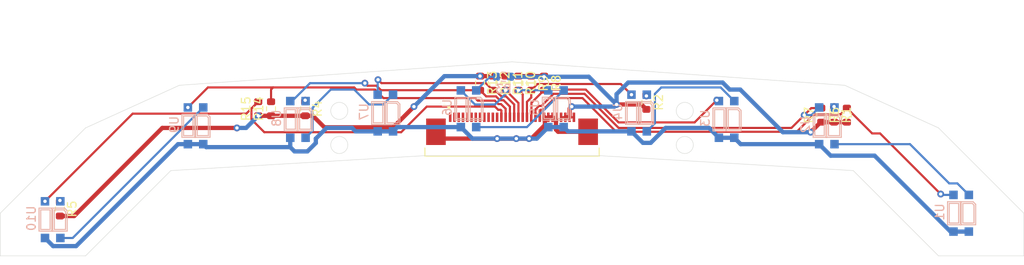
<source format=kicad_pcb>
(kicad_pcb (version 20171130) (host pcbnew "(5.1.7)-1")

  (general
    (thickness 1.6)
    (drawings 30)
    (tracks 242)
    (zones 0)
    (modules 26)
    (nets 23)
  )

  (page A4)
  (layers
    (0 F.Cu signal)
    (31 B.Cu signal)
    (32 B.Adhes user)
    (33 F.Adhes user)
    (34 B.Paste user)
    (35 F.Paste user)
    (36 B.SilkS user)
    (37 F.SilkS user)
    (38 B.Mask user)
    (39 F.Mask user)
    (40 Dwgs.User user)
    (41 Cmts.User user)
    (42 Eco1.User user)
    (43 Eco2.User user)
    (44 Edge.Cuts user)
    (45 Margin user)
    (46 B.CrtYd user)
    (47 F.CrtYd user)
    (48 B.Fab user)
    (49 F.Fab user)
  )

  (setup
    (last_trace_width 0.25)
    (user_trace_width 0.5)
    (trace_clearance 0.2)
    (zone_clearance 0.508)
    (zone_45_only no)
    (trace_min 0.2)
    (via_size 0.8)
    (via_drill 0.4)
    (via_min_size 0.4)
    (via_min_drill 0.3)
    (uvia_size 0.3)
    (uvia_drill 0.1)
    (uvias_allowed no)
    (uvia_min_size 0.2)
    (uvia_min_drill 0.1)
    (edge_width 0.05)
    (segment_width 0.2)
    (pcb_text_width 0.3)
    (pcb_text_size 1.5 1.5)
    (mod_edge_width 0.12)
    (mod_text_size 1 1)
    (mod_text_width 0.15)
    (pad_size 2.3 3.1)
    (pad_drill 0)
    (pad_to_mask_clearance 0)
    (aux_axis_origin 0 0)
    (visible_elements 7FFFFFFF)
    (pcbplotparams
      (layerselection 0x010fc_ffffffff)
      (usegerberextensions false)
      (usegerberattributes true)
      (usegerberadvancedattributes true)
      (creategerberjobfile true)
      (excludeedgelayer true)
      (linewidth 0.100000)
      (plotframeref false)
      (viasonmask false)
      (mode 1)
      (useauxorigin false)
      (hpglpennumber 1)
      (hpglpenspeed 20)
      (hpglpendiameter 15.000000)
      (psnegative false)
      (psa4output false)
      (plotreference false)
      (plotvalue false)
      (plotinvisibletext false)
      (padsonsilk false)
      (subtractmaskfromsilk false)
      (outputformat 1)
      (mirror false)
      (drillshape 0)
      (scaleselection 1)
      (outputdirectory "KaszmirSensorsGBR/"))
  )

  (net 0 "")
  (net 1 +3V3)
  (net 2 GND)
  (net 3 KTIR1)
  (net 4 KTIR2)
  (net 5 KTIR3)
  (net 6 KTIR4)
  (net 7 KTIR5)
  (net 8 KTIR6)
  (net 9 KTIR7)
  (net 10 KTIR8)
  (net 11 KTIR9)
  (net 12 KTIR10)
  (net 13 "Net-(R1-Pad1)")
  (net 14 "Net-(R2-Pad1)")
  (net 15 "Net-(R3-Pad1)")
  (net 16 "Net-(R4-Pad1)")
  (net 17 "Net-(R5-Pad1)")
  (net 18 "Net-(U1-Pad1)")
  (net 19 "Net-(U3-Pad1)")
  (net 20 "Net-(U5-Pad1)")
  (net 21 "Net-(U7-Pad1)")
  (net 22 "Net-(U10-Pad4)")

  (net_class Default "This is the default net class."
    (clearance 0.2)
    (trace_width 0.25)
    (via_dia 0.8)
    (via_drill 0.4)
    (uvia_dia 0.3)
    (uvia_drill 0.1)
    (add_net +3V3)
    (add_net GND)
    (add_net KTIR1)
    (add_net KTIR10)
    (add_net KTIR2)
    (add_net KTIR3)
    (add_net KTIR4)
    (add_net KTIR5)
    (add_net KTIR6)
    (add_net KTIR7)
    (add_net KTIR8)
    (add_net KTIR9)
    (add_net "Net-(R1-Pad1)")
    (add_net "Net-(R2-Pad1)")
    (add_net "Net-(R3-Pad1)")
    (add_net "Net-(R4-Pad1)")
    (add_net "Net-(R5-Pad1)")
    (add_net "Net-(U1-Pad1)")
    (add_net "Net-(U10-Pad4)")
    (add_net "Net-(U3-Pad1)")
    (add_net "Net-(U5-Pad1)")
    (add_net "Net-(U7-Pad1)")
  )

  (module KTIR0711s:KTIR0711s (layer B.Cu) (tedit 608D6C1A) (tstamp 608E5B79)
    (at 86 107.75 270)
    (path /608756E3)
    (fp_text reference U10 (at -0.4 3.1 270) (layer B.SilkS)
      (effects (font (size 1 1) (thickness 0.15)) (justify mirror))
    )
    (fp_text value KTIR0711snew (at -0.4 4.6 270) (layer B.Fab)
      (effects (font (size 1 1) (thickness 0.15)) (justify mirror))
    )
    (fp_line (start 0.9 0.4) (end -1.4 0.4) (layer B.SilkS) (width 0.12))
    (fp_line (start 0.9 -0.9) (end 0.9 0.4) (layer B.SilkS) (width 0.12))
    (fp_line (start -1.2 -0.9) (end 0.9 -0.9) (layer B.SilkS) (width 0.12))
    (fp_line (start -1.4 -0.7) (end -1.2 -0.9) (layer B.SilkS) (width 0.12))
    (fp_line (start -1.4 0.4) (end -1.4 -0.7) (layer B.SilkS) (width 0.12))
    (fp_line (start 0.9 0.9) (end 0.9 2) (layer B.SilkS) (width 0.12))
    (fp_line (start -1.4 0.9) (end 0.9 0.9) (layer B.SilkS) (width 0.12))
    (fp_line (start -1.4 2) (end -1.4 0.9) (layer B.SilkS) (width 0.12))
    (fp_line (start 1.1 0.6) (end -1.6 0.6) (layer B.SilkS) (width 0.12))
    (fp_line (start 1.1 0.7) (end 1.1 0.6) (layer B.SilkS) (width 0.12))
    (fp_line (start -1.6 0.7) (end 1.1 0.7) (layer B.SilkS) (width 0.12))
    (fp_line (start -1.4 2) (end 0.9 2) (layer B.SilkS) (width 0.12))
    (fp_line (start -1.3 -1.1) (end -1.6 -0.8) (layer B.SilkS) (width 0.12))
    (fp_line (start 1.1 -1.1) (end -1.3 -1.1) (layer B.SilkS) (width 0.12))
    (fp_line (start 1.1 2.2) (end 1.1 -1.1) (layer B.SilkS) (width 0.12))
    (fp_line (start -1.6 2.2) (end 1.1 2.2) (layer B.SilkS) (width 0.12))
    (fp_line (start -1.6 -0.8) (end -1.6 2.2) (layer B.SilkS) (width 0.12))
    (pad 4 smd rect (at 1.9 -0.3 270) (size 1 1) (layers B.Cu B.Paste B.Mask)
      (net 22 "Net-(U10-Pad4)"))
    (pad 3 smd rect (at 1.9 1.5 270) (size 1 1) (layers B.Cu B.Paste B.Mask)
      (net 2 GND))
    (pad 2 smd rect (at -2.4 1.5 270) (size 1 1) (layers B.Cu B.Paste B.Mask)
      (net 12 KTIR10))
    (pad 1 smd rect (at -2.4 -0.3 270) (size 1 1) (layers B.Cu B.Paste B.Mask)
      (net 17 "Net-(R5-Pad1)"))
  )

  (module KTIR0711s:KTIR0711s (layer B.Cu) (tedit 608D6C1A) (tstamp 608E5B60)
    (at 102.75 96.75 270)
    (path /608756D7)
    (fp_text reference U9 (at -0.4 3.1 270) (layer B.SilkS)
      (effects (font (size 1 1) (thickness 0.15)) (justify mirror))
    )
    (fp_text value KTIR0711snew (at -0.4 4.6 270) (layer B.Fab)
      (effects (font (size 1 1) (thickness 0.15)) (justify mirror))
    )
    (fp_line (start 0.9 0.4) (end -1.4 0.4) (layer B.SilkS) (width 0.12))
    (fp_line (start 0.9 -0.9) (end 0.9 0.4) (layer B.SilkS) (width 0.12))
    (fp_line (start -1.2 -0.9) (end 0.9 -0.9) (layer B.SilkS) (width 0.12))
    (fp_line (start -1.4 -0.7) (end -1.2 -0.9) (layer B.SilkS) (width 0.12))
    (fp_line (start -1.4 0.4) (end -1.4 -0.7) (layer B.SilkS) (width 0.12))
    (fp_line (start 0.9 0.9) (end 0.9 2) (layer B.SilkS) (width 0.12))
    (fp_line (start -1.4 0.9) (end 0.9 0.9) (layer B.SilkS) (width 0.12))
    (fp_line (start -1.4 2) (end -1.4 0.9) (layer B.SilkS) (width 0.12))
    (fp_line (start 1.1 0.6) (end -1.6 0.6) (layer B.SilkS) (width 0.12))
    (fp_line (start 1.1 0.7) (end 1.1 0.6) (layer B.SilkS) (width 0.12))
    (fp_line (start -1.6 0.7) (end 1.1 0.7) (layer B.SilkS) (width 0.12))
    (fp_line (start -1.4 2) (end 0.9 2) (layer B.SilkS) (width 0.12))
    (fp_line (start -1.3 -1.1) (end -1.6 -0.8) (layer B.SilkS) (width 0.12))
    (fp_line (start 1.1 -1.1) (end -1.3 -1.1) (layer B.SilkS) (width 0.12))
    (fp_line (start 1.1 2.2) (end 1.1 -1.1) (layer B.SilkS) (width 0.12))
    (fp_line (start -1.6 2.2) (end 1.1 2.2) (layer B.SilkS) (width 0.12))
    (fp_line (start -1.6 -0.8) (end -1.6 2.2) (layer B.SilkS) (width 0.12))
    (pad 4 smd rect (at 1.9 -0.3 270) (size 1 1) (layers B.Cu B.Paste B.Mask)
      (net 2 GND))
    (pad 3 smd rect (at 1.9 1.5 270) (size 1 1) (layers B.Cu B.Paste B.Mask)
      (net 2 GND))
    (pad 2 smd rect (at -2.4 1.5 270) (size 1 1) (layers B.Cu B.Paste B.Mask)
      (net 11 KTIR9))
    (pad 1 smd rect (at -2.4 -0.3 270) (size 1 1) (layers B.Cu B.Paste B.Mask)
      (net 22 "Net-(U10-Pad4)"))
  )

  (module KTIR0711s:KTIR0711s (layer B.Cu) (tedit 608D6C1A) (tstamp 608E5B47)
    (at 114.75 96 270)
    (path /60870D6E)
    (fp_text reference U8 (at -0.4 3.1 270) (layer B.SilkS)
      (effects (font (size 1 1) (thickness 0.15)) (justify mirror))
    )
    (fp_text value KTIR0711snew (at -0.4 4.6 270) (layer B.Fab)
      (effects (font (size 1 1) (thickness 0.15)) (justify mirror))
    )
    (fp_line (start 0.9 0.4) (end -1.4 0.4) (layer B.SilkS) (width 0.12))
    (fp_line (start 0.9 -0.9) (end 0.9 0.4) (layer B.SilkS) (width 0.12))
    (fp_line (start -1.2 -0.9) (end 0.9 -0.9) (layer B.SilkS) (width 0.12))
    (fp_line (start -1.4 -0.7) (end -1.2 -0.9) (layer B.SilkS) (width 0.12))
    (fp_line (start -1.4 0.4) (end -1.4 -0.7) (layer B.SilkS) (width 0.12))
    (fp_line (start 0.9 0.9) (end 0.9 2) (layer B.SilkS) (width 0.12))
    (fp_line (start -1.4 0.9) (end 0.9 0.9) (layer B.SilkS) (width 0.12))
    (fp_line (start -1.4 2) (end -1.4 0.9) (layer B.SilkS) (width 0.12))
    (fp_line (start 1.1 0.6) (end -1.6 0.6) (layer B.SilkS) (width 0.12))
    (fp_line (start 1.1 0.7) (end 1.1 0.6) (layer B.SilkS) (width 0.12))
    (fp_line (start -1.6 0.7) (end 1.1 0.7) (layer B.SilkS) (width 0.12))
    (fp_line (start -1.4 2) (end 0.9 2) (layer B.SilkS) (width 0.12))
    (fp_line (start -1.3 -1.1) (end -1.6 -0.8) (layer B.SilkS) (width 0.12))
    (fp_line (start 1.1 -1.1) (end -1.3 -1.1) (layer B.SilkS) (width 0.12))
    (fp_line (start 1.1 2.2) (end 1.1 -1.1) (layer B.SilkS) (width 0.12))
    (fp_line (start -1.6 2.2) (end 1.1 2.2) (layer B.SilkS) (width 0.12))
    (fp_line (start -1.6 -0.8) (end -1.6 2.2) (layer B.SilkS) (width 0.12))
    (pad 4 smd rect (at 1.9 -0.3 270) (size 1 1) (layers B.Cu B.Paste B.Mask)
      (net 21 "Net-(U7-Pad1)"))
    (pad 3 smd rect (at 1.9 1.5 270) (size 1 1) (layers B.Cu B.Paste B.Mask)
      (net 2 GND))
    (pad 2 smd rect (at -2.4 1.5 270) (size 1 1) (layers B.Cu B.Paste B.Mask)
      (net 10 KTIR8))
    (pad 1 smd rect (at -2.4 -0.3 270) (size 1 1) (layers B.Cu B.Paste B.Mask)
      (net 16 "Net-(R4-Pad1)"))
  )

  (module KTIR0711s:KTIR0711s (layer B.Cu) (tedit 608D6C1A) (tstamp 608E5B2E)
    (at 125 95.25 270)
    (path /60870D62)
    (fp_text reference U7 (at -0.4 3.1 270) (layer B.SilkS)
      (effects (font (size 1 1) (thickness 0.15)) (justify mirror))
    )
    (fp_text value KTIR0711snew (at -0.4 4.6 270) (layer B.Fab)
      (effects (font (size 1 1) (thickness 0.15)) (justify mirror))
    )
    (fp_line (start 0.9 0.4) (end -1.4 0.4) (layer B.SilkS) (width 0.12))
    (fp_line (start 0.9 -0.9) (end 0.9 0.4) (layer B.SilkS) (width 0.12))
    (fp_line (start -1.2 -0.9) (end 0.9 -0.9) (layer B.SilkS) (width 0.12))
    (fp_line (start -1.4 -0.7) (end -1.2 -0.9) (layer B.SilkS) (width 0.12))
    (fp_line (start -1.4 0.4) (end -1.4 -0.7) (layer B.SilkS) (width 0.12))
    (fp_line (start 0.9 0.9) (end 0.9 2) (layer B.SilkS) (width 0.12))
    (fp_line (start -1.4 0.9) (end 0.9 0.9) (layer B.SilkS) (width 0.12))
    (fp_line (start -1.4 2) (end -1.4 0.9) (layer B.SilkS) (width 0.12))
    (fp_line (start 1.1 0.6) (end -1.6 0.6) (layer B.SilkS) (width 0.12))
    (fp_line (start 1.1 0.7) (end 1.1 0.6) (layer B.SilkS) (width 0.12))
    (fp_line (start -1.6 0.7) (end 1.1 0.7) (layer B.SilkS) (width 0.12))
    (fp_line (start -1.4 2) (end 0.9 2) (layer B.SilkS) (width 0.12))
    (fp_line (start -1.3 -1.1) (end -1.6 -0.8) (layer B.SilkS) (width 0.12))
    (fp_line (start 1.1 -1.1) (end -1.3 -1.1) (layer B.SilkS) (width 0.12))
    (fp_line (start 1.1 2.2) (end 1.1 -1.1) (layer B.SilkS) (width 0.12))
    (fp_line (start -1.6 2.2) (end 1.1 2.2) (layer B.SilkS) (width 0.12))
    (fp_line (start -1.6 -0.8) (end -1.6 2.2) (layer B.SilkS) (width 0.12))
    (pad 4 smd rect (at 1.9 -0.3 270) (size 1 1) (layers B.Cu B.Paste B.Mask)
      (net 2 GND))
    (pad 3 smd rect (at 1.9 1.5 270) (size 1 1) (layers B.Cu B.Paste B.Mask)
      (net 2 GND))
    (pad 2 smd rect (at -2.4 1.5 270) (size 1 1) (layers B.Cu B.Paste B.Mask)
      (net 9 KTIR7))
    (pad 1 smd rect (at -2.4 -0.3 270) (size 1 1) (layers B.Cu B.Paste B.Mask)
      (net 21 "Net-(U7-Pad1)"))
  )

  (module KTIR0711s:KTIR0711s (layer B.Cu) (tedit 608D6C1A) (tstamp 608E5B15)
    (at 134.75 94.75 270)
    (path /6086E75E)
    (fp_text reference U6 (at -0.4 3.1 270) (layer B.SilkS)
      (effects (font (size 1 1) (thickness 0.15)) (justify mirror))
    )
    (fp_text value KTIR0711snew (at -0.4 4.6 270) (layer B.Fab)
      (effects (font (size 1 1) (thickness 0.15)) (justify mirror))
    )
    (fp_line (start 0.9 0.4) (end -1.4 0.4) (layer B.SilkS) (width 0.12))
    (fp_line (start 0.9 -0.9) (end 0.9 0.4) (layer B.SilkS) (width 0.12))
    (fp_line (start -1.2 -0.9) (end 0.9 -0.9) (layer B.SilkS) (width 0.12))
    (fp_line (start -1.4 -0.7) (end -1.2 -0.9) (layer B.SilkS) (width 0.12))
    (fp_line (start -1.4 0.4) (end -1.4 -0.7) (layer B.SilkS) (width 0.12))
    (fp_line (start 0.9 0.9) (end 0.9 2) (layer B.SilkS) (width 0.12))
    (fp_line (start -1.4 0.9) (end 0.9 0.9) (layer B.SilkS) (width 0.12))
    (fp_line (start -1.4 2) (end -1.4 0.9) (layer B.SilkS) (width 0.12))
    (fp_line (start 1.1 0.6) (end -1.6 0.6) (layer B.SilkS) (width 0.12))
    (fp_line (start 1.1 0.7) (end 1.1 0.6) (layer B.SilkS) (width 0.12))
    (fp_line (start -1.6 0.7) (end 1.1 0.7) (layer B.SilkS) (width 0.12))
    (fp_line (start -1.4 2) (end 0.9 2) (layer B.SilkS) (width 0.12))
    (fp_line (start -1.3 -1.1) (end -1.6 -0.8) (layer B.SilkS) (width 0.12))
    (fp_line (start 1.1 -1.1) (end -1.3 -1.1) (layer B.SilkS) (width 0.12))
    (fp_line (start 1.1 2.2) (end 1.1 -1.1) (layer B.SilkS) (width 0.12))
    (fp_line (start -1.6 2.2) (end 1.1 2.2) (layer B.SilkS) (width 0.12))
    (fp_line (start -1.6 -0.8) (end -1.6 2.2) (layer B.SilkS) (width 0.12))
    (pad 4 smd rect (at 1.9 -0.3 270) (size 1 1) (layers B.Cu B.Paste B.Mask)
      (net 20 "Net-(U5-Pad1)"))
    (pad 3 smd rect (at 1.9 1.5 270) (size 1 1) (layers B.Cu B.Paste B.Mask)
      (net 2 GND))
    (pad 2 smd rect (at -2.4 1.5 270) (size 1 1) (layers B.Cu B.Paste B.Mask)
      (net 8 KTIR6))
    (pad 1 smd rect (at -2.4 -0.3 270) (size 1 1) (layers B.Cu B.Paste B.Mask)
      (net 15 "Net-(R3-Pad1)"))
  )

  (module KTIR0711s:KTIR0711s (layer B.Cu) (tedit 608D6C1A) (tstamp 608E5AFC)
    (at 145 94.75 270)
    (path /6086E752)
    (fp_text reference U5 (at -0.4 3.1 270) (layer B.SilkS)
      (effects (font (size 1 1) (thickness 0.15)) (justify mirror))
    )
    (fp_text value KTIR0711snew (at -0.4 4.6 270) (layer B.Fab)
      (effects (font (size 1 1) (thickness 0.15)) (justify mirror))
    )
    (fp_line (start 0.9 0.4) (end -1.4 0.4) (layer B.SilkS) (width 0.12))
    (fp_line (start 0.9 -0.9) (end 0.9 0.4) (layer B.SilkS) (width 0.12))
    (fp_line (start -1.2 -0.9) (end 0.9 -0.9) (layer B.SilkS) (width 0.12))
    (fp_line (start -1.4 -0.7) (end -1.2 -0.9) (layer B.SilkS) (width 0.12))
    (fp_line (start -1.4 0.4) (end -1.4 -0.7) (layer B.SilkS) (width 0.12))
    (fp_line (start 0.9 0.9) (end 0.9 2) (layer B.SilkS) (width 0.12))
    (fp_line (start -1.4 0.9) (end 0.9 0.9) (layer B.SilkS) (width 0.12))
    (fp_line (start -1.4 2) (end -1.4 0.9) (layer B.SilkS) (width 0.12))
    (fp_line (start 1.1 0.6) (end -1.6 0.6) (layer B.SilkS) (width 0.12))
    (fp_line (start 1.1 0.7) (end 1.1 0.6) (layer B.SilkS) (width 0.12))
    (fp_line (start -1.6 0.7) (end 1.1 0.7) (layer B.SilkS) (width 0.12))
    (fp_line (start -1.4 2) (end 0.9 2) (layer B.SilkS) (width 0.12))
    (fp_line (start -1.3 -1.1) (end -1.6 -0.8) (layer B.SilkS) (width 0.12))
    (fp_line (start 1.1 -1.1) (end -1.3 -1.1) (layer B.SilkS) (width 0.12))
    (fp_line (start 1.1 2.2) (end 1.1 -1.1) (layer B.SilkS) (width 0.12))
    (fp_line (start -1.6 2.2) (end 1.1 2.2) (layer B.SilkS) (width 0.12))
    (fp_line (start -1.6 -0.8) (end -1.6 2.2) (layer B.SilkS) (width 0.12))
    (pad 4 smd rect (at 1.9 -0.3 270) (size 1 1) (layers B.Cu B.Paste B.Mask)
      (net 2 GND))
    (pad 3 smd rect (at 1.9 1.5 270) (size 1 1) (layers B.Cu B.Paste B.Mask)
      (net 2 GND))
    (pad 2 smd rect (at -2.4 1.5 270) (size 1 1) (layers B.Cu B.Paste B.Mask)
      (net 7 KTIR5))
    (pad 1 smd rect (at -2.4 -0.3 270) (size 1 1) (layers B.Cu B.Paste B.Mask)
      (net 20 "Net-(U5-Pad1)"))
  )

  (module KTIR0711s:KTIR0711s (layer B.Cu) (tedit 608D6C1A) (tstamp 608E5AE3)
    (at 154.75 95.25 270)
    (path /6086C2B6)
    (fp_text reference U4 (at -0.4 3.1 270) (layer B.SilkS)
      (effects (font (size 1 1) (thickness 0.15)) (justify mirror))
    )
    (fp_text value KTIR0711snew (at -0.4 4.6 270) (layer B.Fab)
      (effects (font (size 1 1) (thickness 0.15)) (justify mirror))
    )
    (fp_line (start 0.9 0.4) (end -1.4 0.4) (layer B.SilkS) (width 0.12))
    (fp_line (start 0.9 -0.9) (end 0.9 0.4) (layer B.SilkS) (width 0.12))
    (fp_line (start -1.2 -0.9) (end 0.9 -0.9) (layer B.SilkS) (width 0.12))
    (fp_line (start -1.4 -0.7) (end -1.2 -0.9) (layer B.SilkS) (width 0.12))
    (fp_line (start -1.4 0.4) (end -1.4 -0.7) (layer B.SilkS) (width 0.12))
    (fp_line (start 0.9 0.9) (end 0.9 2) (layer B.SilkS) (width 0.12))
    (fp_line (start -1.4 0.9) (end 0.9 0.9) (layer B.SilkS) (width 0.12))
    (fp_line (start -1.4 2) (end -1.4 0.9) (layer B.SilkS) (width 0.12))
    (fp_line (start 1.1 0.6) (end -1.6 0.6) (layer B.SilkS) (width 0.12))
    (fp_line (start 1.1 0.7) (end 1.1 0.6) (layer B.SilkS) (width 0.12))
    (fp_line (start -1.6 0.7) (end 1.1 0.7) (layer B.SilkS) (width 0.12))
    (fp_line (start -1.4 2) (end 0.9 2) (layer B.SilkS) (width 0.12))
    (fp_line (start -1.3 -1.1) (end -1.6 -0.8) (layer B.SilkS) (width 0.12))
    (fp_line (start 1.1 -1.1) (end -1.3 -1.1) (layer B.SilkS) (width 0.12))
    (fp_line (start 1.1 2.2) (end 1.1 -1.1) (layer B.SilkS) (width 0.12))
    (fp_line (start -1.6 2.2) (end 1.1 2.2) (layer B.SilkS) (width 0.12))
    (fp_line (start -1.6 -0.8) (end -1.6 2.2) (layer B.SilkS) (width 0.12))
    (pad 4 smd rect (at 1.9 -0.3 270) (size 1 1) (layers B.Cu B.Paste B.Mask)
      (net 19 "Net-(U3-Pad1)"))
    (pad 3 smd rect (at 1.9 1.5 270) (size 1 1) (layers B.Cu B.Paste B.Mask)
      (net 2 GND))
    (pad 2 smd rect (at -2.4 1.5 270) (size 1 1) (layers B.Cu B.Paste B.Mask)
      (net 6 KTIR4))
    (pad 1 smd rect (at -2.4 -0.3 270) (size 1 1) (layers B.Cu B.Paste B.Mask)
      (net 14 "Net-(R2-Pad1)"))
  )

  (module KTIR0711s:KTIR0711s (layer B.Cu) (tedit 608D6C1A) (tstamp 608E5ACA)
    (at 165 96 270)
    (path /6086C2AA)
    (fp_text reference U3 (at -0.4 3.1 270) (layer B.SilkS)
      (effects (font (size 1 1) (thickness 0.15)) (justify mirror))
    )
    (fp_text value KTIR0711snew (at -0.4 4.6 270) (layer B.Fab)
      (effects (font (size 1 1) (thickness 0.15)) (justify mirror))
    )
    (fp_line (start 0.9 0.4) (end -1.4 0.4) (layer B.SilkS) (width 0.12))
    (fp_line (start 0.9 -0.9) (end 0.9 0.4) (layer B.SilkS) (width 0.12))
    (fp_line (start -1.2 -0.9) (end 0.9 -0.9) (layer B.SilkS) (width 0.12))
    (fp_line (start -1.4 -0.7) (end -1.2 -0.9) (layer B.SilkS) (width 0.12))
    (fp_line (start -1.4 0.4) (end -1.4 -0.7) (layer B.SilkS) (width 0.12))
    (fp_line (start 0.9 0.9) (end 0.9 2) (layer B.SilkS) (width 0.12))
    (fp_line (start -1.4 0.9) (end 0.9 0.9) (layer B.SilkS) (width 0.12))
    (fp_line (start -1.4 2) (end -1.4 0.9) (layer B.SilkS) (width 0.12))
    (fp_line (start 1.1 0.6) (end -1.6 0.6) (layer B.SilkS) (width 0.12))
    (fp_line (start 1.1 0.7) (end 1.1 0.6) (layer B.SilkS) (width 0.12))
    (fp_line (start -1.6 0.7) (end 1.1 0.7) (layer B.SilkS) (width 0.12))
    (fp_line (start -1.4 2) (end 0.9 2) (layer B.SilkS) (width 0.12))
    (fp_line (start -1.3 -1.1) (end -1.6 -0.8) (layer B.SilkS) (width 0.12))
    (fp_line (start 1.1 -1.1) (end -1.3 -1.1) (layer B.SilkS) (width 0.12))
    (fp_line (start 1.1 2.2) (end 1.1 -1.1) (layer B.SilkS) (width 0.12))
    (fp_line (start -1.6 2.2) (end 1.1 2.2) (layer B.SilkS) (width 0.12))
    (fp_line (start -1.6 -0.8) (end -1.6 2.2) (layer B.SilkS) (width 0.12))
    (pad 4 smd rect (at 1.9 -0.3 270) (size 1 1) (layers B.Cu B.Paste B.Mask)
      (net 2 GND))
    (pad 3 smd rect (at 1.9 1.5 270) (size 1 1) (layers B.Cu B.Paste B.Mask)
      (net 2 GND))
    (pad 2 smd rect (at -2.4 1.5 270) (size 1 1) (layers B.Cu B.Paste B.Mask)
      (net 5 KTIR3))
    (pad 1 smd rect (at -2.4 -0.3 270) (size 1 1) (layers B.Cu B.Paste B.Mask)
      (net 19 "Net-(U3-Pad1)"))
  )

  (module KTIR0711s:KTIR0711s (layer B.Cu) (tedit 608D6C1A) (tstamp 608E5AB1)
    (at 176.75 96.75 270)
    (path /6085ED70)
    (fp_text reference U2 (at -0.4 3.1 270) (layer B.SilkS)
      (effects (font (size 1 1) (thickness 0.15)) (justify mirror))
    )
    (fp_text value KTIR0711snew (at -0.4 4.6 270) (layer B.Fab)
      (effects (font (size 1 1) (thickness 0.15)) (justify mirror))
    )
    (fp_line (start 0.9 0.4) (end -1.4 0.4) (layer B.SilkS) (width 0.12))
    (fp_line (start 0.9 -0.9) (end 0.9 0.4) (layer B.SilkS) (width 0.12))
    (fp_line (start -1.2 -0.9) (end 0.9 -0.9) (layer B.SilkS) (width 0.12))
    (fp_line (start -1.4 -0.7) (end -1.2 -0.9) (layer B.SilkS) (width 0.12))
    (fp_line (start -1.4 0.4) (end -1.4 -0.7) (layer B.SilkS) (width 0.12))
    (fp_line (start 0.9 0.9) (end 0.9 2) (layer B.SilkS) (width 0.12))
    (fp_line (start -1.4 0.9) (end 0.9 0.9) (layer B.SilkS) (width 0.12))
    (fp_line (start -1.4 2) (end -1.4 0.9) (layer B.SilkS) (width 0.12))
    (fp_line (start 1.1 0.6) (end -1.6 0.6) (layer B.SilkS) (width 0.12))
    (fp_line (start 1.1 0.7) (end 1.1 0.6) (layer B.SilkS) (width 0.12))
    (fp_line (start -1.6 0.7) (end 1.1 0.7) (layer B.SilkS) (width 0.12))
    (fp_line (start -1.4 2) (end 0.9 2) (layer B.SilkS) (width 0.12))
    (fp_line (start -1.3 -1.1) (end -1.6 -0.8) (layer B.SilkS) (width 0.12))
    (fp_line (start 1.1 -1.1) (end -1.3 -1.1) (layer B.SilkS) (width 0.12))
    (fp_line (start 1.1 2.2) (end 1.1 -1.1) (layer B.SilkS) (width 0.12))
    (fp_line (start -1.6 2.2) (end 1.1 2.2) (layer B.SilkS) (width 0.12))
    (fp_line (start -1.6 -0.8) (end -1.6 2.2) (layer B.SilkS) (width 0.12))
    (pad 4 smd rect (at 1.9 -0.3 270) (size 1 1) (layers B.Cu B.Paste B.Mask)
      (net 18 "Net-(U1-Pad1)"))
    (pad 3 smd rect (at 1.9 1.5 270) (size 1 1) (layers B.Cu B.Paste B.Mask)
      (net 2 GND))
    (pad 2 smd rect (at -2.4 1.5 270) (size 1 1) (layers B.Cu B.Paste B.Mask)
      (net 4 KTIR2))
    (pad 1 smd rect (at -2.4 -0.3 270) (size 1 1) (layers B.Cu B.Paste B.Mask)
      (net 13 "Net-(R1-Pad1)"))
  )

  (module KTIR0711s:KTIR0711s (layer B.Cu) (tedit 608D6C1A) (tstamp 608E5A98)
    (at 192.5 107 270)
    (path /608592DA)
    (fp_text reference U1 (at -0.4 3.1 270) (layer B.SilkS)
      (effects (font (size 1 1) (thickness 0.15)) (justify mirror))
    )
    (fp_text value KTIR0711snew (at -0.4 4.6 270) (layer B.Fab)
      (effects (font (size 1 1) (thickness 0.15)) (justify mirror))
    )
    (fp_line (start 0.9 0.4) (end -1.4 0.4) (layer B.SilkS) (width 0.12))
    (fp_line (start 0.9 -0.9) (end 0.9 0.4) (layer B.SilkS) (width 0.12))
    (fp_line (start -1.2 -0.9) (end 0.9 -0.9) (layer B.SilkS) (width 0.12))
    (fp_line (start -1.4 -0.7) (end -1.2 -0.9) (layer B.SilkS) (width 0.12))
    (fp_line (start -1.4 0.4) (end -1.4 -0.7) (layer B.SilkS) (width 0.12))
    (fp_line (start 0.9 0.9) (end 0.9 2) (layer B.SilkS) (width 0.12))
    (fp_line (start -1.4 0.9) (end 0.9 0.9) (layer B.SilkS) (width 0.12))
    (fp_line (start -1.4 2) (end -1.4 0.9) (layer B.SilkS) (width 0.12))
    (fp_line (start 1.1 0.6) (end -1.6 0.6) (layer B.SilkS) (width 0.12))
    (fp_line (start 1.1 0.7) (end 1.1 0.6) (layer B.SilkS) (width 0.12))
    (fp_line (start -1.6 0.7) (end 1.1 0.7) (layer B.SilkS) (width 0.12))
    (fp_line (start -1.4 2) (end 0.9 2) (layer B.SilkS) (width 0.12))
    (fp_line (start -1.3 -1.1) (end -1.6 -0.8) (layer B.SilkS) (width 0.12))
    (fp_line (start 1.1 -1.1) (end -1.3 -1.1) (layer B.SilkS) (width 0.12))
    (fp_line (start 1.1 2.2) (end 1.1 -1.1) (layer B.SilkS) (width 0.12))
    (fp_line (start -1.6 2.2) (end 1.1 2.2) (layer B.SilkS) (width 0.12))
    (fp_line (start -1.6 -0.8) (end -1.6 2.2) (layer B.SilkS) (width 0.12))
    (pad 4 smd rect (at 1.9 -0.3 270) (size 1 1) (layers B.Cu B.Paste B.Mask)
      (net 2 GND))
    (pad 3 smd rect (at 1.9 1.5 270) (size 1 1) (layers B.Cu B.Paste B.Mask)
      (net 2 GND))
    (pad 2 smd rect (at -2.4 1.5 270) (size 1 1) (layers B.Cu B.Paste B.Mask)
      (net 3 KTIR1))
    (pad 1 smd rect (at -2.4 -0.3 270) (size 1 1) (layers B.Cu B.Paste B.Mask)
      (net 18 "Net-(U1-Pad1)"))
  )

  (module Resistor_SMD:R_0603_1608Metric (layer F.Cu) (tedit 5F68FEEE) (tstamp 608E2052)
    (at 109.5 94.5 90)
    (descr "Resistor SMD 0603 (1608 Metric), square (rectangular) end terminal, IPC_7351 nominal, (Body size source: IPC-SM-782 page 72, https://www.pcb-3d.com/wordpress/wp-content/uploads/ipc-sm-782a_amendment_1_and_2.pdf), generated with kicad-footprint-generator")
    (tags resistor)
    (path /608A960E)
    (attr smd)
    (fp_text reference R15 (at 0 -1.43 90) (layer F.SilkS)
      (effects (font (size 1 1) (thickness 0.15)))
    )
    (fp_text value 10k (at 0 1.43 90) (layer F.Fab)
      (effects (font (size 1 1) (thickness 0.15)))
    )
    (fp_line (start 1.48 0.73) (end -1.48 0.73) (layer F.CrtYd) (width 0.05))
    (fp_line (start 1.48 -0.73) (end 1.48 0.73) (layer F.CrtYd) (width 0.05))
    (fp_line (start -1.48 -0.73) (end 1.48 -0.73) (layer F.CrtYd) (width 0.05))
    (fp_line (start -1.48 0.73) (end -1.48 -0.73) (layer F.CrtYd) (width 0.05))
    (fp_line (start -0.237258 0.5225) (end 0.237258 0.5225) (layer F.SilkS) (width 0.12))
    (fp_line (start -0.237258 -0.5225) (end 0.237258 -0.5225) (layer F.SilkS) (width 0.12))
    (fp_line (start 0.8 0.4125) (end -0.8 0.4125) (layer F.Fab) (width 0.1))
    (fp_line (start 0.8 -0.4125) (end 0.8 0.4125) (layer F.Fab) (width 0.1))
    (fp_line (start -0.8 -0.4125) (end 0.8 -0.4125) (layer F.Fab) (width 0.1))
    (fp_line (start -0.8 0.4125) (end -0.8 -0.4125) (layer F.Fab) (width 0.1))
    (fp_text user %R (at 0 0 90) (layer F.Fab)
      (effects (font (size 0.4 0.4) (thickness 0.06)))
    )
    (pad 2 smd roundrect (at 0.825 0 90) (size 0.8 0.95) (layers F.Cu F.Paste F.Mask) (roundrect_rratio 0.25)
      (net 12 KTIR10))
    (pad 1 smd roundrect (at -0.825 0 90) (size 0.8 0.95) (layers F.Cu F.Paste F.Mask) (roundrect_rratio 0.25)
      (net 1 +3V3))
    (model ${KISYS3DMOD}/Resistor_SMD.3dshapes/R_0603_1608Metric.wrl
      (at (xyz 0 0 0))
      (scale (xyz 1 1 1))
      (rotate (xyz 0 0 0))
    )
  )

  (module Resistor_SMD:R_0603_1608Metric (layer F.Cu) (tedit 5F68FEEE) (tstamp 608E2041)
    (at 111 94.5 90)
    (descr "Resistor SMD 0603 (1608 Metric), square (rectangular) end terminal, IPC_7351 nominal, (Body size source: IPC-SM-782 page 72, https://www.pcb-3d.com/wordpress/wp-content/uploads/ipc-sm-782a_amendment_1_and_2.pdf), generated with kicad-footprint-generator")
    (tags resistor)
    (path /608A8CA9)
    (attr smd)
    (fp_text reference R14 (at 0 -1.43 90) (layer F.SilkS)
      (effects (font (size 1 1) (thickness 0.15)))
    )
    (fp_text value 10k (at 0 1.43 90) (layer F.Fab)
      (effects (font (size 1 1) (thickness 0.15)))
    )
    (fp_line (start 1.48 0.73) (end -1.48 0.73) (layer F.CrtYd) (width 0.05))
    (fp_line (start 1.48 -0.73) (end 1.48 0.73) (layer F.CrtYd) (width 0.05))
    (fp_line (start -1.48 -0.73) (end 1.48 -0.73) (layer F.CrtYd) (width 0.05))
    (fp_line (start -1.48 0.73) (end -1.48 -0.73) (layer F.CrtYd) (width 0.05))
    (fp_line (start -0.237258 0.5225) (end 0.237258 0.5225) (layer F.SilkS) (width 0.12))
    (fp_line (start -0.237258 -0.5225) (end 0.237258 -0.5225) (layer F.SilkS) (width 0.12))
    (fp_line (start 0.8 0.4125) (end -0.8 0.4125) (layer F.Fab) (width 0.1))
    (fp_line (start 0.8 -0.4125) (end 0.8 0.4125) (layer F.Fab) (width 0.1))
    (fp_line (start -0.8 -0.4125) (end 0.8 -0.4125) (layer F.Fab) (width 0.1))
    (fp_line (start -0.8 0.4125) (end -0.8 -0.4125) (layer F.Fab) (width 0.1))
    (fp_text user %R (at 0 0 90) (layer F.Fab)
      (effects (font (size 0.4 0.4) (thickness 0.06)))
    )
    (pad 2 smd roundrect (at 0.825 0 90) (size 0.8 0.95) (layers F.Cu F.Paste F.Mask) (roundrect_rratio 0.25)
      (net 11 KTIR9))
    (pad 1 smd roundrect (at -0.825 0 90) (size 0.8 0.95) (layers F.Cu F.Paste F.Mask) (roundrect_rratio 0.25)
      (net 1 +3V3))
    (model ${KISYS3DMOD}/Resistor_SMD.3dshapes/R_0603_1608Metric.wrl
      (at (xyz 0 0 0))
      (scale (xyz 1 1 1))
      (rotate (xyz 0 0 0))
    )
  )

  (module Resistor_SMD:R_0603_1608Metric (layer F.Cu) (tedit 5F68FEEE) (tstamp 608E2030)
    (at 135.5 91.5 270)
    (descr "Resistor SMD 0603 (1608 Metric), square (rectangular) end terminal, IPC_7351 nominal, (Body size source: IPC-SM-782 page 72, https://www.pcb-3d.com/wordpress/wp-content/uploads/ipc-sm-782a_amendment_1_and_2.pdf), generated with kicad-footprint-generator")
    (tags resistor)
    (path /608A824F)
    (attr smd)
    (fp_text reference R13 (at 0 -1.43 90) (layer F.SilkS)
      (effects (font (size 1 1) (thickness 0.15)))
    )
    (fp_text value 10k (at 0 1.43 90) (layer F.Fab)
      (effects (font (size 1 1) (thickness 0.15)))
    )
    (fp_line (start 1.48 0.73) (end -1.48 0.73) (layer F.CrtYd) (width 0.05))
    (fp_line (start 1.48 -0.73) (end 1.48 0.73) (layer F.CrtYd) (width 0.05))
    (fp_line (start -1.48 -0.73) (end 1.48 -0.73) (layer F.CrtYd) (width 0.05))
    (fp_line (start -1.48 0.73) (end -1.48 -0.73) (layer F.CrtYd) (width 0.05))
    (fp_line (start -0.237258 0.5225) (end 0.237258 0.5225) (layer F.SilkS) (width 0.12))
    (fp_line (start -0.237258 -0.5225) (end 0.237258 -0.5225) (layer F.SilkS) (width 0.12))
    (fp_line (start 0.8 0.4125) (end -0.8 0.4125) (layer F.Fab) (width 0.1))
    (fp_line (start 0.8 -0.4125) (end 0.8 0.4125) (layer F.Fab) (width 0.1))
    (fp_line (start -0.8 -0.4125) (end 0.8 -0.4125) (layer F.Fab) (width 0.1))
    (fp_line (start -0.8 0.4125) (end -0.8 -0.4125) (layer F.Fab) (width 0.1))
    (fp_text user %R (at 0 0 90) (layer F.Fab)
      (effects (font (size 0.4 0.4) (thickness 0.06)))
    )
    (pad 2 smd roundrect (at 0.825 0 270) (size 0.8 0.95) (layers F.Cu F.Paste F.Mask) (roundrect_rratio 0.25)
      (net 10 KTIR8))
    (pad 1 smd roundrect (at -0.825 0 270) (size 0.8 0.95) (layers F.Cu F.Paste F.Mask) (roundrect_rratio 0.25)
      (net 1 +3V3))
    (model ${KISYS3DMOD}/Resistor_SMD.3dshapes/R_0603_1608Metric.wrl
      (at (xyz 0 0 0))
      (scale (xyz 1 1 1))
      (rotate (xyz 0 0 0))
    )
  )

  (module Resistor_SMD:R_0603_1608Metric (layer F.Cu) (tedit 5F68FEEE) (tstamp 608E201F)
    (at 137 91.5 270)
    (descr "Resistor SMD 0603 (1608 Metric), square (rectangular) end terminal, IPC_7351 nominal, (Body size source: IPC-SM-782 page 72, https://www.pcb-3d.com/wordpress/wp-content/uploads/ipc-sm-782a_amendment_1_and_2.pdf), generated with kicad-footprint-generator")
    (tags resistor)
    (path /608A7756)
    (attr smd)
    (fp_text reference R12 (at 0 -1.43 90) (layer F.SilkS)
      (effects (font (size 1 1) (thickness 0.15)))
    )
    (fp_text value 10k (at 0 1.43 90) (layer F.Fab)
      (effects (font (size 1 1) (thickness 0.15)))
    )
    (fp_line (start 1.48 0.73) (end -1.48 0.73) (layer F.CrtYd) (width 0.05))
    (fp_line (start 1.48 -0.73) (end 1.48 0.73) (layer F.CrtYd) (width 0.05))
    (fp_line (start -1.48 -0.73) (end 1.48 -0.73) (layer F.CrtYd) (width 0.05))
    (fp_line (start -1.48 0.73) (end -1.48 -0.73) (layer F.CrtYd) (width 0.05))
    (fp_line (start -0.237258 0.5225) (end 0.237258 0.5225) (layer F.SilkS) (width 0.12))
    (fp_line (start -0.237258 -0.5225) (end 0.237258 -0.5225) (layer F.SilkS) (width 0.12))
    (fp_line (start 0.8 0.4125) (end -0.8 0.4125) (layer F.Fab) (width 0.1))
    (fp_line (start 0.8 -0.4125) (end 0.8 0.4125) (layer F.Fab) (width 0.1))
    (fp_line (start -0.8 -0.4125) (end 0.8 -0.4125) (layer F.Fab) (width 0.1))
    (fp_line (start -0.8 0.4125) (end -0.8 -0.4125) (layer F.Fab) (width 0.1))
    (fp_text user %R (at 0 0 90) (layer F.Fab)
      (effects (font (size 0.4 0.4) (thickness 0.06)))
    )
    (pad 2 smd roundrect (at 0.825 0 270) (size 0.8 0.95) (layers F.Cu F.Paste F.Mask) (roundrect_rratio 0.25)
      (net 9 KTIR7))
    (pad 1 smd roundrect (at -0.825 0 270) (size 0.8 0.95) (layers F.Cu F.Paste F.Mask) (roundrect_rratio 0.25)
      (net 1 +3V3))
    (model ${KISYS3DMOD}/Resistor_SMD.3dshapes/R_0603_1608Metric.wrl
      (at (xyz 0 0 0))
      (scale (xyz 1 1 1))
      (rotate (xyz 0 0 0))
    )
  )

  (module Resistor_SMD:R_0603_1608Metric (layer F.Cu) (tedit 5F68FEEE) (tstamp 608E200E)
    (at 138.5 91.5 270)
    (descr "Resistor SMD 0603 (1608 Metric), square (rectangular) end terminal, IPC_7351 nominal, (Body size source: IPC-SM-782 page 72, https://www.pcb-3d.com/wordpress/wp-content/uploads/ipc-sm-782a_amendment_1_and_2.pdf), generated with kicad-footprint-generator")
    (tags resistor)
    (path /608A6849)
    (attr smd)
    (fp_text reference R11 (at 0 -1.43 90) (layer F.SilkS)
      (effects (font (size 1 1) (thickness 0.15)))
    )
    (fp_text value 10k (at 0 1.43 90) (layer F.Fab)
      (effects (font (size 1 1) (thickness 0.15)))
    )
    (fp_line (start 1.48 0.73) (end -1.48 0.73) (layer F.CrtYd) (width 0.05))
    (fp_line (start 1.48 -0.73) (end 1.48 0.73) (layer F.CrtYd) (width 0.05))
    (fp_line (start -1.48 -0.73) (end 1.48 -0.73) (layer F.CrtYd) (width 0.05))
    (fp_line (start -1.48 0.73) (end -1.48 -0.73) (layer F.CrtYd) (width 0.05))
    (fp_line (start -0.237258 0.5225) (end 0.237258 0.5225) (layer F.SilkS) (width 0.12))
    (fp_line (start -0.237258 -0.5225) (end 0.237258 -0.5225) (layer F.SilkS) (width 0.12))
    (fp_line (start 0.8 0.4125) (end -0.8 0.4125) (layer F.Fab) (width 0.1))
    (fp_line (start 0.8 -0.4125) (end 0.8 0.4125) (layer F.Fab) (width 0.1))
    (fp_line (start -0.8 -0.4125) (end 0.8 -0.4125) (layer F.Fab) (width 0.1))
    (fp_line (start -0.8 0.4125) (end -0.8 -0.4125) (layer F.Fab) (width 0.1))
    (fp_text user %R (at 0 0 90) (layer F.Fab)
      (effects (font (size 0.4 0.4) (thickness 0.06)))
    )
    (pad 2 smd roundrect (at 0.825 0 270) (size 0.8 0.95) (layers F.Cu F.Paste F.Mask) (roundrect_rratio 0.25)
      (net 8 KTIR6))
    (pad 1 smd roundrect (at -0.825 0 270) (size 0.8 0.95) (layers F.Cu F.Paste F.Mask) (roundrect_rratio 0.25)
      (net 1 +3V3))
    (model ${KISYS3DMOD}/Resistor_SMD.3dshapes/R_0603_1608Metric.wrl
      (at (xyz 0 0 0))
      (scale (xyz 1 1 1))
      (rotate (xyz 0 0 0))
    )
  )

  (module Resistor_SMD:R_0603_1608Metric (layer F.Cu) (tedit 5F68FEEE) (tstamp 608E1FFD)
    (at 140 91.5 270)
    (descr "Resistor SMD 0603 (1608 Metric), square (rectangular) end terminal, IPC_7351 nominal, (Body size source: IPC-SM-782 page 72, https://www.pcb-3d.com/wordpress/wp-content/uploads/ipc-sm-782a_amendment_1_and_2.pdf), generated with kicad-footprint-generator")
    (tags resistor)
    (path /608A60CE)
    (attr smd)
    (fp_text reference R10 (at 0 -1.43 90) (layer F.SilkS)
      (effects (font (size 1 1) (thickness 0.15)))
    )
    (fp_text value 10k (at 0 1.43 90) (layer F.Fab)
      (effects (font (size 1 1) (thickness 0.15)))
    )
    (fp_line (start 1.48 0.73) (end -1.48 0.73) (layer F.CrtYd) (width 0.05))
    (fp_line (start 1.48 -0.73) (end 1.48 0.73) (layer F.CrtYd) (width 0.05))
    (fp_line (start -1.48 -0.73) (end 1.48 -0.73) (layer F.CrtYd) (width 0.05))
    (fp_line (start -1.48 0.73) (end -1.48 -0.73) (layer F.CrtYd) (width 0.05))
    (fp_line (start -0.237258 0.5225) (end 0.237258 0.5225) (layer F.SilkS) (width 0.12))
    (fp_line (start -0.237258 -0.5225) (end 0.237258 -0.5225) (layer F.SilkS) (width 0.12))
    (fp_line (start 0.8 0.4125) (end -0.8 0.4125) (layer F.Fab) (width 0.1))
    (fp_line (start 0.8 -0.4125) (end 0.8 0.4125) (layer F.Fab) (width 0.1))
    (fp_line (start -0.8 -0.4125) (end 0.8 -0.4125) (layer F.Fab) (width 0.1))
    (fp_line (start -0.8 0.4125) (end -0.8 -0.4125) (layer F.Fab) (width 0.1))
    (fp_text user %R (at 0 0 90) (layer F.Fab)
      (effects (font (size 0.4 0.4) (thickness 0.06)))
    )
    (pad 2 smd roundrect (at 0.825 0 270) (size 0.8 0.95) (layers F.Cu F.Paste F.Mask) (roundrect_rratio 0.25)
      (net 7 KTIR5))
    (pad 1 smd roundrect (at -0.825 0 270) (size 0.8 0.95) (layers F.Cu F.Paste F.Mask) (roundrect_rratio 0.25)
      (net 1 +3V3))
    (model ${KISYS3DMOD}/Resistor_SMD.3dshapes/R_0603_1608Metric.wrl
      (at (xyz 0 0 0))
      (scale (xyz 1 1 1))
      (rotate (xyz 0 0 0))
    )
  )

  (module Resistor_SMD:R_0603_1608Metric (layer F.Cu) (tedit 5F68FEEE) (tstamp 608E1FEC)
    (at 141.5 91.5 270)
    (descr "Resistor SMD 0603 (1608 Metric), square (rectangular) end terminal, IPC_7351 nominal, (Body size source: IPC-SM-782 page 72, https://www.pcb-3d.com/wordpress/wp-content/uploads/ipc-sm-782a_amendment_1_and_2.pdf), generated with kicad-footprint-generator")
    (tags resistor)
    (path /608A5BC0)
    (attr smd)
    (fp_text reference R9 (at 0 -1.43 90) (layer F.SilkS)
      (effects (font (size 1 1) (thickness 0.15)))
    )
    (fp_text value 10k (at 0 1.43 90) (layer F.Fab)
      (effects (font (size 1 1) (thickness 0.15)))
    )
    (fp_line (start 1.48 0.73) (end -1.48 0.73) (layer F.CrtYd) (width 0.05))
    (fp_line (start 1.48 -0.73) (end 1.48 0.73) (layer F.CrtYd) (width 0.05))
    (fp_line (start -1.48 -0.73) (end 1.48 -0.73) (layer F.CrtYd) (width 0.05))
    (fp_line (start -1.48 0.73) (end -1.48 -0.73) (layer F.CrtYd) (width 0.05))
    (fp_line (start -0.237258 0.5225) (end 0.237258 0.5225) (layer F.SilkS) (width 0.12))
    (fp_line (start -0.237258 -0.5225) (end 0.237258 -0.5225) (layer F.SilkS) (width 0.12))
    (fp_line (start 0.8 0.4125) (end -0.8 0.4125) (layer F.Fab) (width 0.1))
    (fp_line (start 0.8 -0.4125) (end 0.8 0.4125) (layer F.Fab) (width 0.1))
    (fp_line (start -0.8 -0.4125) (end 0.8 -0.4125) (layer F.Fab) (width 0.1))
    (fp_line (start -0.8 0.4125) (end -0.8 -0.4125) (layer F.Fab) (width 0.1))
    (fp_text user %R (at 0 0 90) (layer F.Fab)
      (effects (font (size 0.4 0.4) (thickness 0.06)))
    )
    (pad 2 smd roundrect (at 0.825 0 270) (size 0.8 0.95) (layers F.Cu F.Paste F.Mask) (roundrect_rratio 0.25)
      (net 6 KTIR4))
    (pad 1 smd roundrect (at -0.825 0 270) (size 0.8 0.95) (layers F.Cu F.Paste F.Mask) (roundrect_rratio 0.25)
      (net 1 +3V3))
    (model ${KISYS3DMOD}/Resistor_SMD.3dshapes/R_0603_1608Metric.wrl
      (at (xyz 0 0 0))
      (scale (xyz 1 1 1))
      (rotate (xyz 0 0 0))
    )
  )

  (module Resistor_SMD:R_0603_1608Metric (layer F.Cu) (tedit 5F68FEEE) (tstamp 608E1FDB)
    (at 143 91.5 270)
    (descr "Resistor SMD 0603 (1608 Metric), square (rectangular) end terminal, IPC_7351 nominal, (Body size source: IPC-SM-782 page 72, https://www.pcb-3d.com/wordpress/wp-content/uploads/ipc-sm-782a_amendment_1_and_2.pdf), generated with kicad-footprint-generator")
    (tags resistor)
    (path /608A52F5)
    (attr smd)
    (fp_text reference R8 (at 0 -1.43 90) (layer F.SilkS)
      (effects (font (size 1 1) (thickness 0.15)))
    )
    (fp_text value 10k (at 0 1.43 90) (layer F.Fab)
      (effects (font (size 1 1) (thickness 0.15)))
    )
    (fp_line (start 1.48 0.73) (end -1.48 0.73) (layer F.CrtYd) (width 0.05))
    (fp_line (start 1.48 -0.73) (end 1.48 0.73) (layer F.CrtYd) (width 0.05))
    (fp_line (start -1.48 -0.73) (end 1.48 -0.73) (layer F.CrtYd) (width 0.05))
    (fp_line (start -1.48 0.73) (end -1.48 -0.73) (layer F.CrtYd) (width 0.05))
    (fp_line (start -0.237258 0.5225) (end 0.237258 0.5225) (layer F.SilkS) (width 0.12))
    (fp_line (start -0.237258 -0.5225) (end 0.237258 -0.5225) (layer F.SilkS) (width 0.12))
    (fp_line (start 0.8 0.4125) (end -0.8 0.4125) (layer F.Fab) (width 0.1))
    (fp_line (start 0.8 -0.4125) (end 0.8 0.4125) (layer F.Fab) (width 0.1))
    (fp_line (start -0.8 -0.4125) (end 0.8 -0.4125) (layer F.Fab) (width 0.1))
    (fp_line (start -0.8 0.4125) (end -0.8 -0.4125) (layer F.Fab) (width 0.1))
    (fp_text user %R (at 0 0 90) (layer F.Fab)
      (effects (font (size 0.4 0.4) (thickness 0.06)))
    )
    (pad 2 smd roundrect (at 0.825 0 270) (size 0.8 0.95) (layers F.Cu F.Paste F.Mask) (roundrect_rratio 0.25)
      (net 5 KTIR3))
    (pad 1 smd roundrect (at -0.825 0 270) (size 0.8 0.95) (layers F.Cu F.Paste F.Mask) (roundrect_rratio 0.25)
      (net 1 +3V3))
    (model ${KISYS3DMOD}/Resistor_SMD.3dshapes/R_0603_1608Metric.wrl
      (at (xyz 0 0 0))
      (scale (xyz 1 1 1))
      (rotate (xyz 0 0 0))
    )
  )

  (module Resistor_SMD:R_0603_1608Metric (layer F.Cu) (tedit 5F68FEEE) (tstamp 608E1FCA)
    (at 175.5 95.25 90)
    (descr "Resistor SMD 0603 (1608 Metric), square (rectangular) end terminal, IPC_7351 nominal, (Body size source: IPC-SM-782 page 72, https://www.pcb-3d.com/wordpress/wp-content/uploads/ipc-sm-782a_amendment_1_and_2.pdf), generated with kicad-footprint-generator")
    (tags resistor)
    (path /608A1E6D)
    (attr smd)
    (fp_text reference R7 (at 0 -1.43 90) (layer F.SilkS)
      (effects (font (size 1 1) (thickness 0.15)))
    )
    (fp_text value 10k (at 0 1.43 90) (layer F.Fab)
      (effects (font (size 1 1) (thickness 0.15)))
    )
    (fp_line (start 1.48 0.73) (end -1.48 0.73) (layer F.CrtYd) (width 0.05))
    (fp_line (start 1.48 -0.73) (end 1.48 0.73) (layer F.CrtYd) (width 0.05))
    (fp_line (start -1.48 -0.73) (end 1.48 -0.73) (layer F.CrtYd) (width 0.05))
    (fp_line (start -1.48 0.73) (end -1.48 -0.73) (layer F.CrtYd) (width 0.05))
    (fp_line (start -0.237258 0.5225) (end 0.237258 0.5225) (layer F.SilkS) (width 0.12))
    (fp_line (start -0.237258 -0.5225) (end 0.237258 -0.5225) (layer F.SilkS) (width 0.12))
    (fp_line (start 0.8 0.4125) (end -0.8 0.4125) (layer F.Fab) (width 0.1))
    (fp_line (start 0.8 -0.4125) (end 0.8 0.4125) (layer F.Fab) (width 0.1))
    (fp_line (start -0.8 -0.4125) (end 0.8 -0.4125) (layer F.Fab) (width 0.1))
    (fp_line (start -0.8 0.4125) (end -0.8 -0.4125) (layer F.Fab) (width 0.1))
    (fp_text user %R (at 0 0 90) (layer F.Fab)
      (effects (font (size 0.4 0.4) (thickness 0.06)))
    )
    (pad 2 smd roundrect (at 0.825 0 90) (size 0.8 0.95) (layers F.Cu F.Paste F.Mask) (roundrect_rratio 0.25)
      (net 4 KTIR2))
    (pad 1 smd roundrect (at -0.825 0 90) (size 0.8 0.95) (layers F.Cu F.Paste F.Mask) (roundrect_rratio 0.25)
      (net 1 +3V3))
    (model ${KISYS3DMOD}/Resistor_SMD.3dshapes/R_0603_1608Metric.wrl
      (at (xyz 0 0 0))
      (scale (xyz 1 1 1))
      (rotate (xyz 0 0 0))
    )
  )

  (module Resistor_SMD:R_0603_1608Metric (layer F.Cu) (tedit 5F68FEEE) (tstamp 608E1FB9)
    (at 178.5 95.25 90)
    (descr "Resistor SMD 0603 (1608 Metric), square (rectangular) end terminal, IPC_7351 nominal, (Body size source: IPC-SM-782 page 72, https://www.pcb-3d.com/wordpress/wp-content/uploads/ipc-sm-782a_amendment_1_and_2.pdf), generated with kicad-footprint-generator")
    (tags resistor)
    (path /6089B4A8)
    (attr smd)
    (fp_text reference R6 (at 0 -1.43 90) (layer F.SilkS)
      (effects (font (size 1 1) (thickness 0.15)))
    )
    (fp_text value 10k (at 0 1.43 90) (layer F.Fab)
      (effects (font (size 1 1) (thickness 0.15)))
    )
    (fp_line (start 1.48 0.73) (end -1.48 0.73) (layer F.CrtYd) (width 0.05))
    (fp_line (start 1.48 -0.73) (end 1.48 0.73) (layer F.CrtYd) (width 0.05))
    (fp_line (start -1.48 -0.73) (end 1.48 -0.73) (layer F.CrtYd) (width 0.05))
    (fp_line (start -1.48 0.73) (end -1.48 -0.73) (layer F.CrtYd) (width 0.05))
    (fp_line (start -0.237258 0.5225) (end 0.237258 0.5225) (layer F.SilkS) (width 0.12))
    (fp_line (start -0.237258 -0.5225) (end 0.237258 -0.5225) (layer F.SilkS) (width 0.12))
    (fp_line (start 0.8 0.4125) (end -0.8 0.4125) (layer F.Fab) (width 0.1))
    (fp_line (start 0.8 -0.4125) (end 0.8 0.4125) (layer F.Fab) (width 0.1))
    (fp_line (start -0.8 -0.4125) (end 0.8 -0.4125) (layer F.Fab) (width 0.1))
    (fp_line (start -0.8 0.4125) (end -0.8 -0.4125) (layer F.Fab) (width 0.1))
    (fp_text user %R (at 0 0 90) (layer F.Fab)
      (effects (font (size 0.4 0.4) (thickness 0.06)))
    )
    (pad 2 smd roundrect (at 0.825 0 90) (size 0.8 0.95) (layers F.Cu F.Paste F.Mask) (roundrect_rratio 0.25)
      (net 3 KTIR1))
    (pad 1 smd roundrect (at -0.825 0 90) (size 0.8 0.95) (layers F.Cu F.Paste F.Mask) (roundrect_rratio 0.25)
      (net 1 +3V3))
    (model ${KISYS3DMOD}/Resistor_SMD.3dshapes/R_0603_1608Metric.wrl
      (at (xyz 0 0 0))
      (scale (xyz 1 1 1))
      (rotate (xyz 0 0 0))
    )
  )

  (module Resistor_SMD:R_0603_1608Metric (layer F.Cu) (tedit 5F68FEEE) (tstamp 608E1FA8)
    (at 86.25 106.25 270)
    (descr "Resistor SMD 0603 (1608 Metric), square (rectangular) end terminal, IPC_7351 nominal, (Body size source: IPC-SM-782 page 72, https://www.pcb-3d.com/wordpress/wp-content/uploads/ipc-sm-782a_amendment_1_and_2.pdf), generated with kicad-footprint-generator")
    (tags resistor)
    (path /608756EF)
    (attr smd)
    (fp_text reference R5 (at 0 -1.43 90) (layer F.SilkS)
      (effects (font (size 1 1) (thickness 0.15)))
    )
    (fp_text value R (at 0 1.43 90) (layer F.Fab)
      (effects (font (size 1 1) (thickness 0.15)))
    )
    (fp_line (start 1.48 0.73) (end -1.48 0.73) (layer F.CrtYd) (width 0.05))
    (fp_line (start 1.48 -0.73) (end 1.48 0.73) (layer F.CrtYd) (width 0.05))
    (fp_line (start -1.48 -0.73) (end 1.48 -0.73) (layer F.CrtYd) (width 0.05))
    (fp_line (start -1.48 0.73) (end -1.48 -0.73) (layer F.CrtYd) (width 0.05))
    (fp_line (start -0.237258 0.5225) (end 0.237258 0.5225) (layer F.SilkS) (width 0.12))
    (fp_line (start -0.237258 -0.5225) (end 0.237258 -0.5225) (layer F.SilkS) (width 0.12))
    (fp_line (start 0.8 0.4125) (end -0.8 0.4125) (layer F.Fab) (width 0.1))
    (fp_line (start 0.8 -0.4125) (end 0.8 0.4125) (layer F.Fab) (width 0.1))
    (fp_line (start -0.8 -0.4125) (end 0.8 -0.4125) (layer F.Fab) (width 0.1))
    (fp_line (start -0.8 0.4125) (end -0.8 -0.4125) (layer F.Fab) (width 0.1))
    (fp_text user %R (at 0 0 90) (layer F.Fab)
      (effects (font (size 0.4 0.4) (thickness 0.06)))
    )
    (pad 2 smd roundrect (at 0.825 0 270) (size 0.8 0.95) (layers F.Cu F.Paste F.Mask) (roundrect_rratio 0.25)
      (net 1 +3V3))
    (pad 1 smd roundrect (at -0.825 0 270) (size 0.8 0.95) (layers F.Cu F.Paste F.Mask) (roundrect_rratio 0.25)
      (net 17 "Net-(R5-Pad1)"))
    (model ${KISYS3DMOD}/Resistor_SMD.3dshapes/R_0603_1608Metric.wrl
      (at (xyz 0 0 0))
      (scale (xyz 1 1 1))
      (rotate (xyz 0 0 0))
    )
  )

  (module Resistor_SMD:R_0603_1608Metric (layer F.Cu) (tedit 5F68FEEE) (tstamp 608E1F97)
    (at 115 94.5 270)
    (descr "Resistor SMD 0603 (1608 Metric), square (rectangular) end terminal, IPC_7351 nominal, (Body size source: IPC-SM-782 page 72, https://www.pcb-3d.com/wordpress/wp-content/uploads/ipc-sm-782a_amendment_1_and_2.pdf), generated with kicad-footprint-generator")
    (tags resistor)
    (path /60870D7A)
    (attr smd)
    (fp_text reference R4 (at 0 -1.43 90) (layer F.SilkS)
      (effects (font (size 1 1) (thickness 0.15)))
    )
    (fp_text value R (at 0 1.43 90) (layer F.Fab)
      (effects (font (size 1 1) (thickness 0.15)))
    )
    (fp_line (start 1.48 0.73) (end -1.48 0.73) (layer F.CrtYd) (width 0.05))
    (fp_line (start 1.48 -0.73) (end 1.48 0.73) (layer F.CrtYd) (width 0.05))
    (fp_line (start -1.48 -0.73) (end 1.48 -0.73) (layer F.CrtYd) (width 0.05))
    (fp_line (start -1.48 0.73) (end -1.48 -0.73) (layer F.CrtYd) (width 0.05))
    (fp_line (start -0.237258 0.5225) (end 0.237258 0.5225) (layer F.SilkS) (width 0.12))
    (fp_line (start -0.237258 -0.5225) (end 0.237258 -0.5225) (layer F.SilkS) (width 0.12))
    (fp_line (start 0.8 0.4125) (end -0.8 0.4125) (layer F.Fab) (width 0.1))
    (fp_line (start 0.8 -0.4125) (end 0.8 0.4125) (layer F.Fab) (width 0.1))
    (fp_line (start -0.8 -0.4125) (end 0.8 -0.4125) (layer F.Fab) (width 0.1))
    (fp_line (start -0.8 0.4125) (end -0.8 -0.4125) (layer F.Fab) (width 0.1))
    (fp_text user %R (at 0 0 90) (layer F.Fab)
      (effects (font (size 0.4 0.4) (thickness 0.06)))
    )
    (pad 2 smd roundrect (at 0.825 0 270) (size 0.8 0.95) (layers F.Cu F.Paste F.Mask) (roundrect_rratio 0.25)
      (net 1 +3V3))
    (pad 1 smd roundrect (at -0.825 0 270) (size 0.8 0.95) (layers F.Cu F.Paste F.Mask) (roundrect_rratio 0.25)
      (net 16 "Net-(R4-Pad1)"))
    (model ${KISYS3DMOD}/Resistor_SMD.3dshapes/R_0603_1608Metric.wrl
      (at (xyz 0 0 0))
      (scale (xyz 1 1 1))
      (rotate (xyz 0 0 0))
    )
  )

  (module Resistor_SMD:R_0603_1608Metric (layer B.Cu) (tedit 5F68FEEE) (tstamp 608E1F86)
    (at 138.25 90.75)
    (descr "Resistor SMD 0603 (1608 Metric), square (rectangular) end terminal, IPC_7351 nominal, (Body size source: IPC-SM-782 page 72, https://www.pcb-3d.com/wordpress/wp-content/uploads/ipc-sm-782a_amendment_1_and_2.pdf), generated with kicad-footprint-generator")
    (tags resistor)
    (path /6086E76A)
    (attr smd)
    (fp_text reference R3 (at 0 1.43) (layer B.SilkS)
      (effects (font (size 1 1) (thickness 0.15)) (justify mirror))
    )
    (fp_text value R (at 0 -1.43) (layer B.Fab)
      (effects (font (size 1 1) (thickness 0.15)) (justify mirror))
    )
    (fp_line (start 1.48 -0.73) (end -1.48 -0.73) (layer B.CrtYd) (width 0.05))
    (fp_line (start 1.48 0.73) (end 1.48 -0.73) (layer B.CrtYd) (width 0.05))
    (fp_line (start -1.48 0.73) (end 1.48 0.73) (layer B.CrtYd) (width 0.05))
    (fp_line (start -1.48 -0.73) (end -1.48 0.73) (layer B.CrtYd) (width 0.05))
    (fp_line (start -0.237258 -0.5225) (end 0.237258 -0.5225) (layer B.SilkS) (width 0.12))
    (fp_line (start -0.237258 0.5225) (end 0.237258 0.5225) (layer B.SilkS) (width 0.12))
    (fp_line (start 0.8 -0.4125) (end -0.8 -0.4125) (layer B.Fab) (width 0.1))
    (fp_line (start 0.8 0.4125) (end 0.8 -0.4125) (layer B.Fab) (width 0.1))
    (fp_line (start -0.8 0.4125) (end 0.8 0.4125) (layer B.Fab) (width 0.1))
    (fp_line (start -0.8 -0.4125) (end -0.8 0.4125) (layer B.Fab) (width 0.1))
    (fp_text user %R (at 0 0) (layer B.Fab)
      (effects (font (size 0.4 0.4) (thickness 0.06)) (justify mirror))
    )
    (pad 2 smd roundrect (at 0.825 0) (size 0.8 0.95) (layers B.Cu B.Paste B.Mask) (roundrect_rratio 0.25)
      (net 1 +3V3))
    (pad 1 smd roundrect (at -0.825 0) (size 0.8 0.95) (layers B.Cu B.Paste B.Mask) (roundrect_rratio 0.25)
      (net 15 "Net-(R3-Pad1)"))
    (model ${KISYS3DMOD}/Resistor_SMD.3dshapes/R_0603_1608Metric.wrl
      (at (xyz 0 0 0))
      (scale (xyz 1 1 1))
      (rotate (xyz 0 0 0))
    )
  )

  (module Resistor_SMD:R_0603_1608Metric (layer F.Cu) (tedit 5F68FEEE) (tstamp 608E1F75)
    (at 155 93.75 270)
    (descr "Resistor SMD 0603 (1608 Metric), square (rectangular) end terminal, IPC_7351 nominal, (Body size source: IPC-SM-782 page 72, https://www.pcb-3d.com/wordpress/wp-content/uploads/ipc-sm-782a_amendment_1_and_2.pdf), generated with kicad-footprint-generator")
    (tags resistor)
    (path /6086C2C2)
    (attr smd)
    (fp_text reference R2 (at 0 -1.43 90) (layer F.SilkS)
      (effects (font (size 1 1) (thickness 0.15)))
    )
    (fp_text value R (at 0 1.43 90) (layer F.Fab)
      (effects (font (size 1 1) (thickness 0.15)))
    )
    (fp_line (start 1.48 0.73) (end -1.48 0.73) (layer F.CrtYd) (width 0.05))
    (fp_line (start 1.48 -0.73) (end 1.48 0.73) (layer F.CrtYd) (width 0.05))
    (fp_line (start -1.48 -0.73) (end 1.48 -0.73) (layer F.CrtYd) (width 0.05))
    (fp_line (start -1.48 0.73) (end -1.48 -0.73) (layer F.CrtYd) (width 0.05))
    (fp_line (start -0.237258 0.5225) (end 0.237258 0.5225) (layer F.SilkS) (width 0.12))
    (fp_line (start -0.237258 -0.5225) (end 0.237258 -0.5225) (layer F.SilkS) (width 0.12))
    (fp_line (start 0.8 0.4125) (end -0.8 0.4125) (layer F.Fab) (width 0.1))
    (fp_line (start 0.8 -0.4125) (end 0.8 0.4125) (layer F.Fab) (width 0.1))
    (fp_line (start -0.8 -0.4125) (end 0.8 -0.4125) (layer F.Fab) (width 0.1))
    (fp_line (start -0.8 0.4125) (end -0.8 -0.4125) (layer F.Fab) (width 0.1))
    (fp_text user %R (at 0 0 90) (layer F.Fab)
      (effects (font (size 0.4 0.4) (thickness 0.06)))
    )
    (pad 2 smd roundrect (at 0.825 0 270) (size 0.8 0.95) (layers F.Cu F.Paste F.Mask) (roundrect_rratio 0.25)
      (net 1 +3V3))
    (pad 1 smd roundrect (at -0.825 0 270) (size 0.8 0.95) (layers F.Cu F.Paste F.Mask) (roundrect_rratio 0.25)
      (net 14 "Net-(R2-Pad1)"))
    (model ${KISYS3DMOD}/Resistor_SMD.3dshapes/R_0603_1608Metric.wrl
      (at (xyz 0 0 0))
      (scale (xyz 1 1 1))
      (rotate (xyz 0 0 0))
    )
  )

  (module Resistor_SMD:R_0603_1608Metric (layer F.Cu) (tedit 5F68FEEE) (tstamp 608E1F64)
    (at 177 95.25 270)
    (descr "Resistor SMD 0603 (1608 Metric), square (rectangular) end terminal, IPC_7351 nominal, (Body size source: IPC-SM-782 page 72, https://www.pcb-3d.com/wordpress/wp-content/uploads/ipc-sm-782a_amendment_1_and_2.pdf), generated with kicad-footprint-generator")
    (tags resistor)
    (path /6086135F)
    (attr smd)
    (fp_text reference R1 (at 0 -1.43 90) (layer F.SilkS)
      (effects (font (size 1 1) (thickness 0.15)))
    )
    (fp_text value R (at 0 1.43 90) (layer F.Fab)
      (effects (font (size 1 1) (thickness 0.15)))
    )
    (fp_line (start 1.48 0.73) (end -1.48 0.73) (layer F.CrtYd) (width 0.05))
    (fp_line (start 1.48 -0.73) (end 1.48 0.73) (layer F.CrtYd) (width 0.05))
    (fp_line (start -1.48 -0.73) (end 1.48 -0.73) (layer F.CrtYd) (width 0.05))
    (fp_line (start -1.48 0.73) (end -1.48 -0.73) (layer F.CrtYd) (width 0.05))
    (fp_line (start -0.237258 0.5225) (end 0.237258 0.5225) (layer F.SilkS) (width 0.12))
    (fp_line (start -0.237258 -0.5225) (end 0.237258 -0.5225) (layer F.SilkS) (width 0.12))
    (fp_line (start 0.8 0.4125) (end -0.8 0.4125) (layer F.Fab) (width 0.1))
    (fp_line (start 0.8 -0.4125) (end 0.8 0.4125) (layer F.Fab) (width 0.1))
    (fp_line (start -0.8 -0.4125) (end 0.8 -0.4125) (layer F.Fab) (width 0.1))
    (fp_line (start -0.8 0.4125) (end -0.8 -0.4125) (layer F.Fab) (width 0.1))
    (fp_text user %R (at 0 0 90) (layer F.Fab)
      (effects (font (size 0.4 0.4) (thickness 0.06)))
    )
    (pad 2 smd roundrect (at 0.825 0 270) (size 0.8 0.95) (layers F.Cu F.Paste F.Mask) (roundrect_rratio 0.25)
      (net 1 +3V3))
    (pad 1 smd roundrect (at -0.825 0 270) (size 0.8 0.95) (layers F.Cu F.Paste F.Mask) (roundrect_rratio 0.25)
      (net 13 "Net-(R1-Pad1)"))
    (model ${KISYS3DMOD}/Resistor_SMD.3dshapes/R_0603_1608Metric.wrl
      (at (xyz 0 0 0))
      (scale (xyz 1 1 1))
      (rotate (xyz 0 0 0))
    )
  )

  (module 3-1734592-0:TE_3-1734592-0 (layer F.Cu) (tedit 608D60DB) (tstamp 608E1F53)
    (at 139.25 95.5)
    (path /608DCBDE)
    (fp_text reference J1 (at -8.168 -1.8064) (layer F.SilkS)
      (effects (font (size 0.64 0.64) (thickness 0.015)))
    )
    (fp_text value 3-1734592-0 (at -4.5104 5.4064) (layer F.Fab)
      (effects (font (size 0.64 0.64) (thickness 0.015)))
    )
    (fp_line (start 10.465 -0.8) (end -10.465 -0.8) (layer F.CrtYd) (width 0.05))
    (fp_line (start 10.465 4.8) (end 10.465 -0.8) (layer F.CrtYd) (width 0.05))
    (fp_line (start -10.465 4.8) (end 10.465 4.8) (layer F.CrtYd) (width 0.05))
    (fp_line (start -10.465 -0.8) (end -10.465 4.8) (layer F.CrtYd) (width 0.05))
    (fp_line (start -10.215 4.55) (end -10.215 3.6) (layer F.SilkS) (width 0.127))
    (fp_line (start 10.215 4.55) (end 10.215 3.6) (layer F.SilkS) (width 0.127))
    (fp_line (start -10.215 4.55) (end 10.215 4.55) (layer F.SilkS) (width 0.127))
    (fp_line (start 10.215 0.15) (end -10.215 0.15) (layer F.Fab) (width 0.127))
    (fp_line (start 10.215 4.55) (end 10.215 0.15) (layer F.Fab) (width 0.127))
    (fp_line (start -10.215 4.55) (end 10.215 4.55) (layer F.Fab) (width 0.127))
    (fp_line (start -10.215 0.15) (end -10.215 4.55) (layer F.Fab) (width 0.127))
    (fp_circle (center -7.4 -1.2) (end -7.3 -1.2) (layer F.Fab) (width 0.2))
    (fp_circle (center -7.4 -1.2) (end -7.3 -1.2) (layer F.SilkS) (width 0.2))
    (pad 30 smd rect (at 7.25 0) (size 0.3 1.1) (layers F.Cu F.Paste F.Mask)
      (net 1 +3V3))
    (pad 29 smd rect (at 6.75 0) (size 0.3 1.1) (layers F.Cu F.Paste F.Mask)
      (net 1 +3V3))
    (pad 28 smd rect (at 6.25 0) (size 0.3 1.1) (layers F.Cu F.Paste F.Mask)
      (net 1 +3V3))
    (pad 27 smd rect (at 5.75 0) (size 0.3 1.1) (layers F.Cu F.Paste F.Mask)
      (net 1 +3V3))
    (pad 26 smd rect (at 5.25 0) (size 0.3 1.1) (layers F.Cu F.Paste F.Mask)
      (net 2 GND))
    (pad 25 smd rect (at 4.75 0) (size 0.3 1.1) (layers F.Cu F.Paste F.Mask)
      (net 2 GND))
    (pad 24 smd rect (at 4.25 0) (size 0.3 1.1) (layers F.Cu F.Paste F.Mask)
      (net 2 GND))
    (pad 23 smd rect (at 3.75 0) (size 0.3 1.1) (layers F.Cu F.Paste F.Mask)
      (net 2 GND))
    (pad 22 smd rect (at 3.25 0) (size 0.3 1.1) (layers F.Cu F.Paste F.Mask)
      (net 3 KTIR1))
    (pad 21 smd rect (at 2.75 0) (size 0.3 1.1) (layers F.Cu F.Paste F.Mask)
      (net 4 KTIR2))
    (pad 20 smd rect (at 2.25 0) (size 0.3 1.1) (layers F.Cu F.Paste F.Mask)
      (net 5 KTIR3))
    (pad 19 smd rect (at 1.75 0) (size 0.3 1.1) (layers F.Cu F.Paste F.Mask)
      (net 6 KTIR4))
    (pad 18 smd rect (at 1.25 0) (size 0.3 1.1) (layers F.Cu F.Paste F.Mask)
      (net 7 KTIR5))
    (pad 17 smd rect (at 0.75 0) (size 0.3 1.1) (layers F.Cu F.Paste F.Mask)
      (net 8 KTIR6))
    (pad 16 smd rect (at 0.25 0) (size 0.3 1.1) (layers F.Cu F.Paste F.Mask)
      (net 9 KTIR7))
    (pad 15 smd rect (at -0.25 0) (size 0.3 1.1) (layers F.Cu F.Paste F.Mask)
      (net 10 KTIR8))
    (pad 14 smd rect (at -0.75 0) (size 0.3 1.1) (layers F.Cu F.Paste F.Mask)
      (net 11 KTIR9))
    (pad 13 smd rect (at -1.25 0) (size 0.3 1.1) (layers F.Cu F.Paste F.Mask)
      (net 12 KTIR10))
    (pad 12 smd rect (at -1.75 0) (size 0.3 1.1) (layers F.Cu F.Paste F.Mask))
    (pad 11 smd rect (at -2.25 0) (size 0.3 1.1) (layers F.Cu F.Paste F.Mask))
    (pad 10 smd rect (at -2.75 0) (size 0.3 1.1) (layers F.Cu F.Paste F.Mask))
    (pad 9 smd rect (at -3.25 0) (size 0.3 1.1) (layers F.Cu F.Paste F.Mask))
    (pad 8 smd rect (at -3.75 0) (size 0.3 1.1) (layers F.Cu F.Paste F.Mask))
    (pad 7 smd rect (at -4.25 0) (size 0.3 1.1) (layers F.Cu F.Paste F.Mask))
    (pad MP smd rect (at -8.92 1.7) (size 2.3 3.1) (layers F.Cu F.Paste F.Mask)
      (net 2 GND))
    (pad MP smd rect (at 8.92 1.7) (size 2.3 3.1) (layers F.Cu F.Paste F.Mask)
      (net 2 GND))
    (pad 6 smd rect (at -4.75 0) (size 0.3 1.1) (layers F.Cu F.Paste F.Mask))
    (pad 5 smd rect (at -5.25 0) (size 0.3 1.1) (layers F.Cu F.Paste F.Mask))
    (pad 4 smd rect (at -5.75 0) (size 0.3 1.1) (layers F.Cu F.Paste F.Mask))
    (pad 3 smd rect (at -6.25 0) (size 0.3 1.1) (layers F.Cu F.Paste F.Mask))
    (pad 2 smd rect (at -6.75 0) (size 0.3 1.1) (layers F.Cu F.Paste F.Mask))
    (pad 1 smd rect (at -7.25 0) (size 0.3 1.1) (layers F.Cu F.Paste F.Mask))
  )

  (dimension 12 (width 0.15) (layer Dwgs.User) (tstamp 60904070)
    (gr_text "12,000 mm" (at 170.25 88.7) (layer Dwgs.User) (tstamp 60904070)
      (effects (font (size 1 1) (thickness 0.15)))
    )
    (feature1 (pts (xy 164.25 94.75) (xy 164.25 89.413579)))
    (feature2 (pts (xy 176.25 94.75) (xy 176.25 89.413579)))
    (crossbar (pts (xy 176.25 90) (xy 164.25 90)))
    (arrow1a (pts (xy 164.25 90) (xy 165.376504 89.413579)))
    (arrow1b (pts (xy 164.25 90) (xy 165.376504 90.586421)))
    (arrow2a (pts (xy 176.25 90) (xy 175.123496 89.413579)))
    (arrow2b (pts (xy 176.25 90) (xy 175.123496 90.586421)))
  )
  (dimension 10 (width 0.15) (layer Dwgs.User) (tstamp 60903E85)
    (gr_text "10,000 mm" (at 159.25 88.2) (layer Dwgs.User) (tstamp 60903E85)
      (effects (font (size 1 1) (thickness 0.15)))
    )
    (feature1 (pts (xy 154.25 94.25) (xy 154.25 88.913579)))
    (feature2 (pts (xy 164.25 94.25) (xy 164.25 88.913579)))
    (crossbar (pts (xy 164.25 89.5) (xy 154.25 89.5)))
    (arrow1a (pts (xy 154.25 89.5) (xy 155.376504 88.913579)))
    (arrow1b (pts (xy 154.25 89.5) (xy 155.376504 90.086421)))
    (arrow2a (pts (xy 164.25 89.5) (xy 163.123496 88.913579)))
    (arrow2b (pts (xy 164.25 89.5) (xy 163.123496 90.086421)))
  )
  (dimension 5 (width 0.15) (layer Dwgs.User) (tstamp 60903C30)
    (gr_text "5,000 mm" (at 151.75 85.2) (layer Dwgs.User) (tstamp 60903C30)
      (effects (font (size 1 1) (thickness 0.15)))
    )
    (feature1 (pts (xy 149.25 94.249999) (xy 149.25 85.913579)))
    (feature2 (pts (xy 154.25 94.249999) (xy 154.25 85.913579)))
    (crossbar (pts (xy 154.25 86.5) (xy 149.25 86.5)))
    (arrow1a (pts (xy 149.25 86.5) (xy 150.376504 85.913579)))
    (arrow1b (pts (xy 149.25 86.5) (xy 150.376504 87.086421)))
    (arrow2a (pts (xy 154.25 86.5) (xy 153.123496 85.913579)))
    (arrow2b (pts (xy 154.25 86.5) (xy 153.123496 87.086421)))
  )
  (dimension 5 (width 0.15) (layer Dwgs.User) (tstamp 60903C2A)
    (gr_text "5,000 mm" (at 146.75 82.45) (layer Dwgs.User) (tstamp 60903C2A)
      (effects (font (size 1 1) (thickness 0.15)))
    )
    (feature1 (pts (xy 149.25 94.25) (xy 149.25 83.163579)))
    (feature2 (pts (xy 144.25 94.25) (xy 144.25 83.163579)))
    (crossbar (pts (xy 144.25 83.75) (xy 149.25 83.75)))
    (arrow1a (pts (xy 149.25 83.75) (xy 148.123496 84.336421)))
    (arrow1b (pts (xy 149.25 83.75) (xy 148.123496 83.163579)))
    (arrow2a (pts (xy 144.25 83.75) (xy 145.376504 84.336421)))
    (arrow2b (pts (xy 144.25 83.75) (xy 145.376504 83.163579)))
  )
  (dimension 12 (width 0.15) (layer Dwgs.User)
    (gr_text "12,000 mm" (at 108.25 88.2) (layer Dwgs.User)
      (effects (font (size 1 1) (thickness 0.15)))
    )
    (feature1 (pts (xy 102.25 94.25) (xy 102.25 88.913579)))
    (feature2 (pts (xy 114.25 94.25) (xy 114.25 88.913579)))
    (crossbar (pts (xy 114.25 89.5) (xy 102.25 89.5)))
    (arrow1a (pts (xy 102.25 89.5) (xy 103.376504 88.913579)))
    (arrow1b (pts (xy 102.25 89.5) (xy 103.376504 90.086421)))
    (arrow2a (pts (xy 114.25 89.5) (xy 113.123496 88.913579)))
    (arrow2b (pts (xy 114.25 89.5) (xy 113.123496 90.086421)))
  )
  (dimension 15 (width 0.15) (layer Dwgs.User)
    (gr_text "15,000 mm" (at 94.75 89.2) (layer Dwgs.User) (tstamp 60903BA2)
      (effects (font (size 1 1) (thickness 0.15)))
    )
    (feature1 (pts (xy 87.25 94.25) (xy 87.25 89.913579)))
    (feature2 (pts (xy 102.25 94.25) (xy 102.25 89.913579)))
    (crossbar (pts (xy 102.25 90.5) (xy 87.25 90.5)))
    (arrow1a (pts (xy 87.25 90.5) (xy 88.376504 89.913579)))
    (arrow1b (pts (xy 87.25 90.5) (xy 88.376504 91.086421)))
    (arrow2a (pts (xy 102.25 90.5) (xy 101.123496 89.913579)))
    (arrow2b (pts (xy 102.25 90.5) (xy 101.123496 91.086421)))
  )
  (dimension 10 (width 0.15) (layer Dwgs.User)
    (gr_text "10,000 mm" (at 119.25 88.2) (layer Dwgs.User)
      (effects (font (size 1 1) (thickness 0.15)))
    )
    (feature1 (pts (xy 114.25 94.25) (xy 114.25 88.913579)))
    (feature2 (pts (xy 124.25 94.25) (xy 124.25 88.913579)))
    (crossbar (pts (xy 124.25 89.5) (xy 114.25 89.5)))
    (arrow1a (pts (xy 114.25 89.5) (xy 115.376504 88.913579)))
    (arrow1b (pts (xy 114.25 89.5) (xy 115.376504 90.086421)))
    (arrow2a (pts (xy 124.25 89.5) (xy 123.123496 88.913579)))
    (arrow2b (pts (xy 124.25 89.5) (xy 123.123496 90.086421)))
  )
  (dimension 10 (width 0.15) (layer Dwgs.User)
    (gr_text "10,000 mm" (at 129.25 86.45) (layer Dwgs.User)
      (effects (font (size 1 1) (thickness 0.15)))
    )
    (feature1 (pts (xy 124.25 94.25) (xy 124.25 87.163579)))
    (feature2 (pts (xy 134.25 94.25) (xy 134.25 87.163579)))
    (crossbar (pts (xy 134.25 87.75) (xy 124.25 87.75)))
    (arrow1a (pts (xy 124.25 87.75) (xy 125.376504 87.163579)))
    (arrow1b (pts (xy 124.25 87.75) (xy 125.376504 88.336421)))
    (arrow2a (pts (xy 134.25 87.75) (xy 133.123496 87.163579)))
    (arrow2b (pts (xy 134.25 87.75) (xy 133.123496 88.336421)))
  )
  (dimension 5 (width 0.15) (layer Dwgs.User)
    (gr_text "5,000 mm" (at 141.75 82.45) (layer Dwgs.User)
      (effects (font (size 1 1) (thickness 0.15)))
    )
    (feature1 (pts (xy 144.25 94.25) (xy 144.25 83.163579)))
    (feature2 (pts (xy 139.25 94.25) (xy 139.25 83.163579)))
    (crossbar (pts (xy 139.25 83.75) (xy 144.25 83.75)))
    (arrow1a (pts (xy 144.25 83.75) (xy 143.123496 84.336421)))
    (arrow1b (pts (xy 144.25 83.75) (xy 143.123496 83.163579)))
    (arrow2a (pts (xy 139.25 83.75) (xy 140.376504 84.336421)))
    (arrow2b (pts (xy 139.25 83.75) (xy 140.376504 83.163579)))
  )
  (dimension 5 (width 0.15) (layer Dwgs.User)
    (gr_text "5,000 mm" (at 136.75 85.200001) (layer Dwgs.User)
      (effects (font (size 1 1) (thickness 0.15)))
    )
    (feature1 (pts (xy 134.25 94.25) (xy 134.25 85.91358)))
    (feature2 (pts (xy 139.25 94.25) (xy 139.25 85.91358)))
    (crossbar (pts (xy 139.25 86.500001) (xy 134.25 86.500001)))
    (arrow1a (pts (xy 134.25 86.500001) (xy 135.376504 85.91358)))
    (arrow1b (pts (xy 134.25 86.500001) (xy 135.376504 87.086422)))
    (arrow2a (pts (xy 139.25 86.500001) (xy 138.123496 85.91358)))
    (arrow2b (pts (xy 139.25 86.500001) (xy 138.123496 87.086422)))
  )
  (gr_line (start 178.25 91.75) (end 139.25 89) (layer Edge.Cuts) (width 0.05) (tstamp 609037B2))
  (gr_line (start 189.25 96.75) (end 178.25 91.75) (layer Edge.Cuts) (width 0.05))
  (gr_line (start 199.25 106.75) (end 189.25 96.75) (layer Edge.Cuts) (width 0.05) (tstamp 6090377F))
  (gr_line (start 199.25 111.75) (end 199.25 106.75) (layer Edge.Cuts) (width 0.05))
  (gr_line (start 100.25 91.75) (end 139.25 89) (layer Edge.Cuts) (width 0.05))
  (gr_line (start 89.25 96.75) (end 100.25 91.75) (layer Edge.Cuts) (width 0.05))
  (gr_line (start 79.25 106.75) (end 89.25 96.75) (layer Edge.Cuts) (width 0.05) (tstamp 609036C5))
  (gr_line (start 149.5 100) (end 179.25 101.75) (layer Edge.Cuts) (width 0.05) (tstamp 608E662C))
  (gr_line (start 129 100) (end 149.5 100) (layer Edge.Cuts) (width 0.05))
  (gr_line (start 99.25 101.75) (end 129 100) (layer Edge.Cuts) (width 0.05))
  (gr_line (start 79.25 111.75) (end 79.25 106.75) (layer Edge.Cuts) (width 0.05))
  (gr_line (start 89.25 111.75) (end 99.25 101.75) (layer Edge.Cuts) (width 0.05))
  (gr_line (start 189.25 111.75) (end 179.25 101.75) (layer Edge.Cuts) (width 0.05))
  (gr_line (start 189.25 111.75) (end 199.25 111.75) (layer Edge.Cuts) (width 0.05))
  (gr_line (start 89.25 111.75) (end 79.25 111.75) (layer Edge.Cuts) (width 0.05))
  (dimension 20.25 (width 0.15) (layer Dwgs.User)
    (gr_text "20,250 mm" (at 129.125 106.8) (layer Dwgs.User)
      (effects (font (size 1 1) (thickness 0.15)))
    )
    (feature1 (pts (xy 139.25 96.75) (xy 139.25 106.086421)))
    (feature2 (pts (xy 119 96.75) (xy 119 106.086421)))
    (crossbar (pts (xy 119 105.5) (xy 139.25 105.5)))
    (arrow1a (pts (xy 139.25 105.5) (xy 138.123496 106.086421)))
    (arrow1b (pts (xy 139.25 105.5) (xy 138.123496 104.913579)))
    (arrow2a (pts (xy 119 105.5) (xy 120.126504 106.086421)))
    (arrow2b (pts (xy 119 105.5) (xy 120.126504 104.913579)))
  )
  (gr_circle (center 159.5 98.75) (end 159.5 97.75) (layer Edge.Cuts) (width 0.05) (tstamp 608DC552))
  (gr_circle (center 159.5 94.75) (end 159.5 93.75) (layer Edge.Cuts) (width 0.05) (tstamp 608DC551))
  (gr_circle (center 119 98.75) (end 119 97.75) (layer Edge.Cuts) (width 0.05) (tstamp 608DC550))
  (gr_circle (center 119 94.75) (end 119 93.75) (layer Edge.Cuts) (width 0.05) (tstamp 608DC54F))

  (segment (start 178.5 96.075) (end 175.5 96.075) (width 0.5) (layer F.Cu) (net 1))
  (via (at 174.25 97.25) (size 0.8) (drill 0.4) (layers F.Cu B.Cu) (net 1))
  (segment (start 175.425 96.075) (end 174.25 97.25) (width 0.5) (layer F.Cu) (net 1))
  (segment (start 175.5 96.075) (end 175.425 96.075) (width 0.5) (layer F.Cu) (net 1))
  (via (at 151.5 94) (size 0.8) (drill 0.4) (layers F.Cu B.Cu) (net 1))
  (segment (start 154.425 94) (end 155 94.575) (width 0.5) (layer F.Cu) (net 1))
  (segment (start 151.5 94) (end 154.425 94) (width 0.5) (layer F.Cu) (net 1))
  (segment (start 151.5 92.789998) (end 151.5 94) (width 0.5) (layer B.Cu) (net 1))
  (segment (start 152.865008 91.42499) (end 151.5 92.789998) (width 0.5) (layer B.Cu) (net 1))
  (segment (start 163.938176 91.42499) (end 152.865008 91.42499) (width 0.5) (layer B.Cu) (net 1))
  (segment (start 166 92.25) (end 164.763186 92.25) (width 0.5) (layer B.Cu) (net 1))
  (segment (start 171 97.25) (end 166 92.25) (width 0.5) (layer B.Cu) (net 1))
  (segment (start 164.763186 92.25) (end 163.938176 91.42499) (width 0.5) (layer B.Cu) (net 1))
  (segment (start 174.25 97.25) (end 171 97.25) (width 0.5) (layer B.Cu) (net 1))
  (segment (start 148.25 90.75) (end 143 90.75) (width 0.5) (layer B.Cu) (net 1))
  (segment (start 151.5 94) (end 148.25 90.75) (width 0.5) (layer B.Cu) (net 1))
  (segment (start 145.5 95.5) (end 146 95.5) (width 0.5) (layer F.Cu) (net 1))
  (via (at 146.25 94.25) (size 0.8) (drill 0.4) (layers F.Cu B.Cu) (net 1))
  (segment (start 146 94.5) (end 146.25 94.25) (width 0.5) (layer F.Cu) (net 1))
  (segment (start 146 95.5) (end 146 94.5) (width 0.5) (layer F.Cu) (net 1))
  (segment (start 151.25 94.25) (end 151.5 94) (width 0.5) (layer B.Cu) (net 1))
  (segment (start 146.25 94.25) (end 151.25 94.25) (width 0.5) (layer B.Cu) (net 1))
  (segment (start 143 90.675) (end 135.5 90.675) (width 0.5) (layer F.Cu) (net 1))
  (segment (start 143 90.75) (end 139.075 90.75) (width 0.5) (layer B.Cu) (net 1) (tstamp 60905479))
  (via (at 143 90.75) (size 0.8) (drill 0.4) (layers F.Cu B.Cu) (net 1))
  (segment (start 86.25 107.075) (end 87.925 107.075) (width 0.5) (layer F.Cu) (net 1))
  (via (at 107 96.75) (size 0.8) (drill 0.4) (layers F.Cu B.Cu) (net 1))
  (segment (start 98.25 96.75) (end 107 96.75) (width 0.5) (layer F.Cu) (net 1))
  (segment (start 87.925 107.075) (end 98.25 96.75) (width 0.5) (layer F.Cu) (net 1))
  (via (at 109.5 95.325) (size 0.8) (drill 0.4) (layers F.Cu B.Cu) (net 1))
  (segment (start 108.075 96.75) (end 109.5 95.325) (width 0.5) (layer B.Cu) (net 1))
  (segment (start 107 96.75) (end 108.075 96.75) (width 0.5) (layer B.Cu) (net 1))
  (segment (start 109.5 95.325) (end 111 95.325) (width 0.5) (layer F.Cu) (net 1))
  (segment (start 111 95.325) (end 115 95.325) (width 0.5) (layer F.Cu) (net 1))
  (segment (start 115 95.325) (end 115.475 95.325) (width 0.5) (layer F.Cu) (net 1))
  (segment (start 115 95.325) (end 115.90001 95.325) (width 0.5) (layer F.Cu) (net 1))
  (segment (start 115.90001 95.325) (end 117.25 96.67499) (width 0.5) (layer F.Cu) (net 1))
  (via (at 127.75 94.25) (size 0.8) (drill 0.4) (layers F.Cu B.Cu) (net 1))
  (segment (start 125.32501 96.67499) (end 127.75 94.25) (width 0.5) (layer F.Cu) (net 1))
  (segment (start 117.25 96.67499) (end 125.32501 96.67499) (width 0.5) (layer F.Cu) (net 1))
  (via (at 135.5 90.675) (size 0.8) (drill 0.4) (layers F.Cu B.Cu) (net 1))
  (segment (start 131.325 90.675) (end 135.5 90.675) (width 0.5) (layer B.Cu) (net 1))
  (segment (start 127.75 94.25) (end 131.325 90.675) (width 0.5) (layer B.Cu) (net 1))
  (segment (start 145 95.5) (end 146.5 95.5) (width 0.25) (layer F.Cu) (net 1))
  (via (at 155 93) (size 0.8) (drill 0.4) (layers F.Cu B.Cu) (net 14))
  (via (at 86.25 105.25) (size 0.8) (drill 0.4) (layers F.Cu B.Cu) (net 17))
  (via (at 115 93.5) (size 0.8) (drill 0.4) (layers F.Cu B.Cu) (net 16))
  (via (at 177 94.25) (size 0.8) (drill 0.4) (layers F.Cu B.Cu) (net 13))
  (segment (start 192.8 108.9) (end 191 108.9) (width 0.5) (layer B.Cu) (net 2))
  (segment (start 191 108.9) (end 190.65 108.9) (width 0.5) (layer B.Cu) (net 2))
  (segment (start 190.65 108.9) (end 181.75 100) (width 0.5) (layer B.Cu) (net 2))
  (segment (start 176.6 100) (end 175.25 98.65) (width 0.5) (layer B.Cu) (net 2))
  (segment (start 181.75 100) (end 176.6 100) (width 0.5) (layer B.Cu) (net 2))
  (segment (start 166.05 98.65) (end 165.3 97.9) (width 0.5) (layer B.Cu) (net 2))
  (segment (start 175.25 98.65) (end 166.05 98.65) (width 0.5) (layer B.Cu) (net 2))
  (segment (start 165.3 97.9) (end 163.5 97.9) (width 0.5) (layer B.Cu) (net 2))
  (segment (start 145.8 97.15) (end 145.3 96.65) (width 0.5) (layer B.Cu) (net 2))
  (segment (start 153.25 97.15) (end 145.8 97.15) (width 0.5) (layer B.Cu) (net 2))
  (segment (start 145.3 96.65) (end 143.5 96.65) (width 0.5) (layer B.Cu) (net 2))
  (segment (start 125.8 96.65) (end 125.3 97.15) (width 0.5) (layer B.Cu) (net 2))
  (segment (start 133.25 96.65) (end 125.8 96.65) (width 0.5) (layer B.Cu) (net 2))
  (segment (start 125.3 97.15) (end 123.5 97.15) (width 0.5) (layer B.Cu) (net 2))
  (segment (start 123.5 97.15) (end 120.9 97.15) (width 0.5) (layer B.Cu) (net 2))
  (segment (start 120.9 97.15) (end 120.5 96.75) (width 0.5) (layer B.Cu) (net 2))
  (segment (start 120.5 96.75) (end 117.5 96.75) (width 0.5) (layer B.Cu) (net 2))
  (segment (start 117.5 96.75) (end 116.25 98) (width 0.5) (layer B.Cu) (net 2))
  (segment (start 116.25 98.510002) (end 115.260002 99.5) (width 0.5) (layer B.Cu) (net 2))
  (segment (start 116.25 98) (end 116.25 98.510002) (width 0.5) (layer B.Cu) (net 2))
  (segment (start 115.260002 99.5) (end 113.75 99.5) (width 0.5) (layer B.Cu) (net 2))
  (segment (start 113.25 99) (end 113.25 97.9) (width 0.5) (layer B.Cu) (net 2))
  (segment (start 113.75 99.5) (end 113.25 99) (width 0.5) (layer B.Cu) (net 2))
  (segment (start 103.4 99) (end 103.05 98.65) (width 0.5) (layer B.Cu) (net 2))
  (segment (start 113.25 99) (end 103.4 99) (width 0.5) (layer B.Cu) (net 2))
  (segment (start 103.05 98.65) (end 101.25 98.65) (width 0.5) (layer B.Cu) (net 2))
  (segment (start 85.450001 110.600001) (end 84.5 109.65) (width 0.5) (layer B.Cu) (net 2))
  (segment (start 88.149999 110.600001) (end 85.450001 110.600001) (width 0.5) (layer B.Cu) (net 2))
  (segment (start 100.1 98.65) (end 88.149999 110.600001) (width 0.5) (layer B.Cu) (net 2))
  (segment (start 101.25 98.65) (end 100.1 98.65) (width 0.5) (layer B.Cu) (net 2))
  (segment (start 163.5 97.9) (end 162.35 96.75) (width 0.5) (layer B.Cu) (net 2))
  (segment (start 162.35 96.75) (end 157.25 96.75) (width 0.5) (layer B.Cu) (net 2))
  (segment (start 157.25 96.75) (end 155.5 98.5) (width 0.5) (layer B.Cu) (net 2))
  (segment (start 154.6 98.5) (end 153.25 97.15) (width 0.5) (layer B.Cu) (net 2))
  (segment (start 155.5 98.5) (end 154.6 98.5) (width 0.5) (layer B.Cu) (net 2))
  (segment (start 144.399999 96.949999) (end 144.399999 95.5) (width 0.5) (layer F.Cu) (net 2))
  (segment (start 144.65 97.2) (end 144.399999 96.949999) (width 0.5) (layer F.Cu) (net 2))
  (segment (start 148.17 97.2) (end 144.65 97.2) (width 0.5) (layer F.Cu) (net 2))
  (segment (start 143.5 95.5) (end 144 95.5) (width 0.5) (layer F.Cu) (net 2))
  (segment (start 144.5 95.5) (end 143 95.5) (width 0.25) (layer F.Cu) (net 2))
  (segment (start 141.510002 98) (end 143.100001 96.410001) (width 0.5) (layer F.Cu) (net 2))
  (segment (start 143.100001 96.410001) (end 143.100001 95.5) (width 0.5) (layer F.Cu) (net 2))
  (segment (start 131.13 98) (end 137.5 98) (width 0.5) (layer F.Cu) (net 2))
  (segment (start 130.33 97.2) (end 131.13 98) (width 0.5) (layer F.Cu) (net 2))
  (segment (start 134.6 98) (end 133.25 96.65) (width 0.5) (layer B.Cu) (net 2))
  (segment (start 142.15 98) (end 134.6 98) (width 0.5) (layer B.Cu) (net 2))
  (segment (start 143.5 96.65) (end 142.15 98) (width 0.5) (layer B.Cu) (net 2))
  (segment (start 137.5 98) (end 139.75 98) (width 0.5) (layer F.Cu) (net 2) (tstamp 6090588A))
  (via (at 137.5 98) (size 0.8) (drill 0.4) (layers F.Cu B.Cu) (net 2))
  (segment (start 139.75 98) (end 141.25 98) (width 0.5) (layer F.Cu) (net 2) (tstamp 6090588C))
  (via (at 139.75 98) (size 0.8) (drill 0.4) (layers F.Cu B.Cu) (net 2))
  (segment (start 141.25 98) (end 141.510002 98) (width 0.5) (layer F.Cu) (net 2) (tstamp 6090588E))
  (via (at 141.25 98) (size 0.8) (drill 0.4) (layers F.Cu B.Cu) (net 2))
  (via (at 189.5 104.5) (size 0.8) (drill 0.4) (layers F.Cu B.Cu) (net 3))
  (segment (start 189.6 104.6) (end 189.5 104.5) (width 0.25) (layer B.Cu) (net 3))
  (segment (start 191 104.6) (end 189.6 104.6) (width 0.25) (layer B.Cu) (net 3))
  (segment (start 189.5 104.5) (end 182.394722 97.394722) (width 0.25) (layer F.Cu) (net 3))
  (segment (start 181.469722 97.394722) (end 178.5 94.425) (width 0.25) (layer F.Cu) (net 3))
  (segment (start 182.394722 97.394722) (end 181.469722 97.394722) (width 0.25) (layer F.Cu) (net 3))
  (segment (start 142.524999 94.975001) (end 142.5 95) (width 0.25) (layer F.Cu) (net 3))
  (segment (start 142.524999 94.689999) (end 142.524999 94.975001) (width 0.25) (layer F.Cu) (net 3))
  (segment (start 142.5 95) (end 142.5 95.5) (width 0.25) (layer F.Cu) (net 3))
  (segment (start 142.875001 94.624999) (end 142.589999 94.624999) (width 0.25) (layer F.Cu) (net 3))
  (segment (start 144.25 93.25) (end 142.875001 94.624999) (width 0.25) (layer F.Cu) (net 3))
  (segment (start 142.589999 94.624999) (end 142.524999 94.689999) (width 0.25) (layer F.Cu) (net 3))
  (segment (start 147.505002 93.25) (end 144.25 93.25) (width 0.25) (layer F.Cu) (net 3))
  (segment (start 172.622992 97.20001) (end 151.455012 97.20001) (width 0.25) (layer F.Cu) (net 3))
  (segment (start 151.455012 97.20001) (end 147.505002 93.25) (width 0.25) (layer F.Cu) (net 3))
  (segment (start 174.672992 95.15001) (end 172.622992 97.20001) (width 0.25) (layer F.Cu) (net 3))
  (segment (start 177.77499 95.15001) (end 174.672992 95.15001) (width 0.25) (layer F.Cu) (net 3))
  (segment (start 178.5 94.425) (end 177.77499 95.15001) (width 0.25) (layer F.Cu) (net 3))
  (via (at 173.5 95.25) (size 0.8) (drill 0.4) (layers F.Cu B.Cu) (net 4))
  (segment (start 174.35 95.25) (end 175.25 94.35) (width 0.25) (layer B.Cu) (net 4))
  (segment (start 173.5 95.25) (end 174.35 95.25) (width 0.25) (layer B.Cu) (net 4))
  (segment (start 174.325 94.425) (end 175.5 94.425) (width 0.25) (layer F.Cu) (net 4))
  (segment (start 173.5 95.25) (end 174.325 94.425) (width 0.25) (layer F.Cu) (net 4))
  (segment (start 172 96.75) (end 173.5 95.25) (width 0.25) (layer F.Cu) (net 4))
  (segment (start 147.75 92.75) (end 151.75 96.75) (width 0.25) (layer F.Cu) (net 4))
  (segment (start 151.75 96.75) (end 172 96.75) (width 0.25) (layer F.Cu) (net 4))
  (segment (start 142.688601 94.174989) (end 144.11359 92.75) (width 0.25) (layer F.Cu) (net 4))
  (segment (start 142.403598 94.17499) (end 142.688601 94.174989) (width 0.25) (layer F.Cu) (net 4))
  (segment (start 142 94.578588) (end 142.403598 94.17499) (width 0.25) (layer F.Cu) (net 4))
  (segment (start 144.11359 92.75) (end 147.75 92.75) (width 0.25) (layer F.Cu) (net 4))
  (segment (start 142 95.5) (end 142 94.578588) (width 0.25) (layer F.Cu) (net 4))
  (segment (start 143 92.325) (end 141.524999 93.800001) (width 0.25) (layer F.Cu) (net 5))
  (segment (start 141.5 95) (end 141.5 95.5) (width 0.25) (layer F.Cu) (net 5))
  (segment (start 141.524999 94.975001) (end 141.5 95) (width 0.25) (layer F.Cu) (net 5))
  (segment (start 141.524999 93.800001) (end 141.524999 94.975001) (width 0.25) (layer F.Cu) (net 5))
  (via (at 163.25 93.5) (size 0.8) (drill 0.4) (layers F.Cu B.Cu) (net 5))
  (segment (start 163.35 93.6) (end 163.25 93.5) (width 0.25) (layer B.Cu) (net 5))
  (segment (start 163.5 93.6) (end 163.35 93.6) (width 0.25) (layer B.Cu) (net 5))
  (segment (start 143.075 92.25) (end 143 92.325) (width 0.25) (layer F.Cu) (net 5))
  (segment (start 147.88641 92.25) (end 143.075 92.25) (width 0.25) (layer F.Cu) (net 5))
  (segment (start 151.737041 96.100631) (end 147.88641 92.25) (width 0.25) (layer F.Cu) (net 5))
  (segment (start 160.649369 96.100631) (end 151.737041 96.100631) (width 0.25) (layer F.Cu) (net 5))
  (segment (start 163.25 93.5) (end 160.649369 96.100631) (width 0.25) (layer F.Cu) (net 5))
  (segment (start 141 93.68859) (end 141 95.5) (width 0.25) (layer F.Cu) (net 6))
  (segment (start 141.5 93.18859) (end 141 93.68859) (width 0.25) (layer F.Cu) (net 6))
  (segment (start 141.5 92.325) (end 141.5 93.18859) (width 0.25) (layer F.Cu) (net 6))
  (via (at 153.25 92.85) (size 0.8) (drill 0.4) (layers F.Cu B.Cu) (net 6))
  (segment (start 151.99999 91.59999) (end 153.25 92.85) (width 0.25) (layer F.Cu) (net 6))
  (segment (start 142.22501 91.59999) (end 151.99999 91.59999) (width 0.25) (layer F.Cu) (net 6))
  (segment (start 141.5 92.325) (end 142.22501 91.59999) (width 0.25) (layer F.Cu) (net 6))
  (segment (start 140.5 92.825) (end 140.5 95.5) (width 0.25) (layer F.Cu) (net 7))
  (segment (start 140 92.325) (end 140 92.325) (width 0.25) (layer F.Cu) (net 7))
  (segment (start 140 92.325) (end 140.5 92.825) (width 0.25) (layer F.Cu) (net 7) (tstamp 60904FD5))
  (via (at 140 92.325) (size 0.8) (drill 0.4) (layers F.Cu B.Cu) (net 7))
  (segment (start 143.475 92.325) (end 143.5 92.35) (width 0.25) (layer B.Cu) (net 7))
  (segment (start 140 92.325) (end 143.475 92.325) (width 0.25) (layer B.Cu) (net 7))
  (segment (start 140 93.825) (end 140 95.5) (width 0.25) (layer F.Cu) (net 8))
  (segment (start 138.5 92.325) (end 138.5 92.325) (width 0.25) (layer F.Cu) (net 8))
  (segment (start 138.5 92.325) (end 140 93.825) (width 0.25) (layer F.Cu) (net 8) (tstamp 60904FD7))
  (via (at 138.5 92.325) (size 0.8) (drill 0.4) (layers F.Cu B.Cu) (net 8))
  (segment (start 138.5 92.325) (end 138.5 92.75) (width 0.25) (layer B.Cu) (net 8))
  (segment (start 138.5 92.75) (end 137.25 94) (width 0.25) (layer B.Cu) (net 8))
  (segment (start 134.9 94) (end 133.25 92.35) (width 0.25) (layer B.Cu) (net 8))
  (segment (start 137.25 94) (end 134.9 94) (width 0.25) (layer B.Cu) (net 8))
  (segment (start 138.55001 93.05001) (end 139.5 94) (width 0.25) (layer F.Cu) (net 9))
  (segment (start 139.5 94) (end 139.5 95.5) (width 0.25) (layer F.Cu) (net 9))
  (segment (start 137 92.325) (end 137.282522 92.325) (width 0.25) (layer F.Cu) (net 9))
  (segment (start 137.282522 92.325) (end 138.007532 93.05001) (width 0.25) (layer F.Cu) (net 9))
  (segment (start 138.007532 93.05001) (end 138.55001 93.05001) (width 0.25) (layer F.Cu) (net 9))
  (segment (start 123.5 92.85) (end 123.5 91.136552) (width 0.25) (layer B.Cu) (net 9))
  (segment (start 123.93898 91.49757) (end 123.538981 91.097571) (width 0.25) (layer F.Cu) (net 9))
  (via (at 123.538981 91.097571) (size 0.8) (drill 0.4) (layers F.Cu B.Cu) (net 9))
  (segment (start 137 92.325) (end 136.17257 91.49757) (width 0.25) (layer F.Cu) (net 9))
  (segment (start 123.5 91.136552) (end 123.538981 91.097571) (width 0.25) (layer B.Cu) (net 9))
  (segment (start 136.17257 91.49757) (end 123.93898 91.49757) (width 0.25) (layer F.Cu) (net 9))
  (segment (start 138.250023 93.500021) (end 139 94.25) (width 0.25) (layer F.Cu) (net 10))
  (segment (start 137.371121 93.05001) (end 137.821132 93.500021) (width 0.25) (layer F.Cu) (net 10))
  (segment (start 136.22501 93.05001) (end 137.371121 93.05001) (width 0.25) (layer F.Cu) (net 10))
  (segment (start 135.5 92.325) (end 136.22501 93.05001) (width 0.25) (layer F.Cu) (net 10))
  (segment (start 137.821132 93.500021) (end 138.250023 93.500021) (width 0.25) (layer F.Cu) (net 10))
  (segment (start 139 94.25) (end 139 95.5) (width 0.25) (layer F.Cu) (net 10))
  (via (at 122 91.5) (size 0.8) (drill 0.4) (layers F.Cu B.Cu) (net 10))
  (segment (start 113.464998 93.6) (end 113.25 93.6) (width 0.25) (layer B.Cu) (net 10))
  (segment (start 115.564998 91.5) (end 113.464998 93.6) (width 0.25) (layer B.Cu) (net 10))
  (segment (start 122 91.5) (end 115.564998 91.5) (width 0.25) (layer B.Cu) (net 10))
  (segment (start 122.299989 91.799989) (end 122 91.5) (width 0.25) (layer F.Cu) (net 10))
  (segment (start 123.884413 92.325) (end 123.359402 91.799989) (width 0.25) (layer F.Cu) (net 10))
  (segment (start 123.359402 91.799989) (end 122.299989 91.799989) (width 0.25) (layer F.Cu) (net 10))
  (segment (start 135.5 92.325) (end 123.884413 92.325) (width 0.25) (layer F.Cu) (net 10))
  (via (at 101.25 94.35) (size 0.8) (drill 0.4) (layers F.Cu B.Cu) (net 11))
  (segment (start 103.6 92) (end 101.25 94.35) (width 0.25) (layer F.Cu) (net 11))
  (segment (start 111 92.25) (end 111.25 92) (width 0.25) (layer F.Cu) (net 11))
  (segment (start 111 93.675) (end 111 92.25) (width 0.25) (layer F.Cu) (net 11))
  (segment (start 111.25 92) (end 103.6 92) (width 0.25) (layer F.Cu) (net 11))
  (segment (start 120.75 92) (end 111.25 92) (width 0.25) (layer F.Cu) (net 11))
  (segment (start 124.173002 93.25) (end 123.173002 92.25) (width 0.25) (layer F.Cu) (net 11))
  (segment (start 137.235415 93.550714) (end 135.225714 93.550714) (width 0.25) (layer F.Cu) (net 11))
  (segment (start 137.634732 93.950032) (end 137.235415 93.550714) (width 0.25) (layer F.Cu) (net 11))
  (segment (start 134.925 93.25) (end 124.173002 93.25) (width 0.25) (layer F.Cu) (net 11))
  (segment (start 123.173002 92.25) (end 121 92.25) (width 0.25) (layer F.Cu) (net 11))
  (segment (start 121 92.25) (end 120.75 92) (width 0.25) (layer F.Cu) (net 11))
  (segment (start 135.225714 93.550714) (end 134.925 93.25) (width 0.25) (layer F.Cu) (net 11))
  (segment (start 138.5 95.5) (end 138.5 94.5) (width 0.25) (layer F.Cu) (net 11))
  (segment (start 138.5 94.5) (end 137.950032 93.950032) (width 0.25) (layer F.Cu) (net 11))
  (segment (start 137.950032 93.950032) (end 137.634732 93.950032) (width 0.25) (layer F.Cu) (net 11))
  (via (at 84.5 105.35) (size 0.8) (drill 0.4) (layers F.Cu B.Cu) (net 12))
  (segment (start 94.774999 95.075001) (end 84.5 105.35) (width 0.25) (layer F.Cu) (net 12))
  (segment (start 108.099999 95.075001) (end 94.774999 95.075001) (width 0.25) (layer F.Cu) (net 12))
  (segment (start 109.5 93.675) (end 108.099999 95.075001) (width 0.25) (layer F.Cu) (net 12))
  (segment (start 110.207522 97.25) (end 108.69999 95.742468) (width 0.25) (layer F.Cu) (net 12))
  (segment (start 129.25 94.25) (end 126.25 97.25) (width 0.25) (layer F.Cu) (net 12))
  (segment (start 137.25 94.25) (end 129.25 94.25) (width 0.25) (layer F.Cu) (net 12))
  (segment (start 108.69999 94.47501) (end 109.5 93.675) (width 0.25) (layer F.Cu) (net 12))
  (segment (start 137.624999 94.624999) (end 137.25 94.25) (width 0.25) (layer F.Cu) (net 12))
  (segment (start 108.69999 95.742468) (end 108.69999 94.47501) (width 0.25) (layer F.Cu) (net 12))
  (segment (start 126.25 97.25) (end 110.207522 97.25) (width 0.25) (layer F.Cu) (net 12))
  (segment (start 137.910001 94.624999) (end 137.624999 94.624999) (width 0.25) (layer F.Cu) (net 12))
  (segment (start 138 94.714998) (end 137.910001 94.624999) (width 0.25) (layer F.Cu) (net 12))
  (segment (start 138 95.5) (end 138 94.714998) (width 0.25) (layer F.Cu) (net 12))
  (segment (start 136.65 90.75) (end 135.05 92.35) (width 0.25) (layer B.Cu) (net 15))
  (segment (start 137.425 90.75) (end 136.65 90.75) (width 0.25) (layer B.Cu) (net 15))
  (segment (start 177.05 98.65) (end 185.9 98.65) (width 0.25) (layer B.Cu) (net 18))
  (segment (start 185.9 98.65) (end 190.5 103.25) (width 0.25) (layer B.Cu) (net 18))
  (segment (start 191.45 103.25) (end 192.8 104.6) (width 0.25) (layer B.Cu) (net 18))
  (segment (start 190.5 103.25) (end 191.45 103.25) (width 0.25) (layer B.Cu) (net 18))
  (segment (start 163.7 92) (end 165.3 93.6) (width 0.25) (layer B.Cu) (net 19))
  (segment (start 156.75 92) (end 163.7 92) (width 0.25) (layer B.Cu) (net 19))
  (segment (start 156 92.75) (end 156.75 92) (width 0.25) (layer B.Cu) (net 19))
  (segment (start 156 96.2) (end 156 92.75) (width 0.25) (layer B.Cu) (net 19))
  (segment (start 155.05 97.15) (end 156 96.2) (width 0.25) (layer B.Cu) (net 19))
  (segment (start 141 96.65) (end 145.3 92.35) (width 0.25) (layer B.Cu) (net 20))
  (segment (start 135.05 96.65) (end 141 96.65) (width 0.25) (layer B.Cu) (net 20))
  (segment (start 124.15 94) (end 125.3 92.85) (width 0.25) (layer B.Cu) (net 21))
  (segment (start 122.5 94) (end 124.15 94) (width 0.25) (layer B.Cu) (net 21))
  (segment (start 120.75 92.25) (end 122.5 94) (width 0.25) (layer B.Cu) (net 21))
  (segment (start 118 92.25) (end 120.75 92.25) (width 0.25) (layer B.Cu) (net 21))
  (segment (start 115.875001 94.374999) (end 118 92.25) (width 0.25) (layer B.Cu) (net 21))
  (segment (start 115.875001 97.074999) (end 115.875001 94.374999) (width 0.25) (layer B.Cu) (net 21))
  (segment (start 115.05 97.9) (end 115.875001 97.074999) (width 0.25) (layer B.Cu) (net 21))
  (segment (start 87.75 109.65) (end 103.05 94.35) (width 0.25) (layer B.Cu) (net 22))
  (segment (start 86.3 109.65) (end 87.75 109.65) (width 0.25) (layer B.Cu) (net 22))

)

</source>
